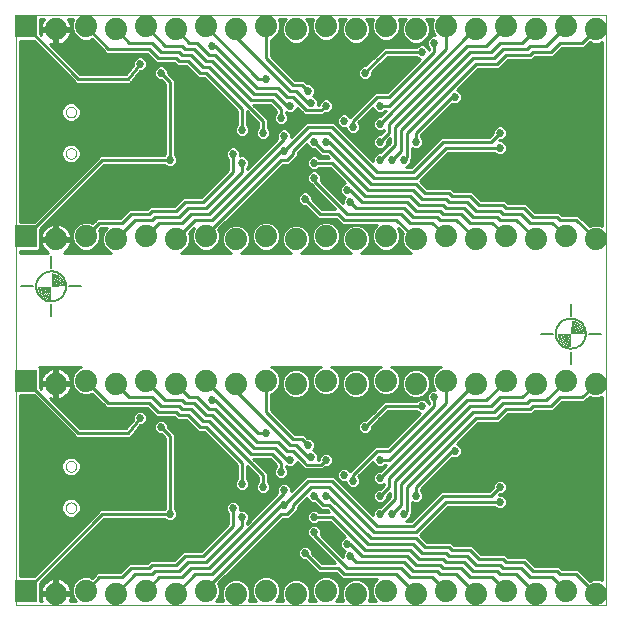
<source format=gbl>
G75*
G70*
%OFA0B0*%
%FSLAX24Y24*%
%IPPOS*%
%LPD*%
%AMOC8*
5,1,8,0,0,1.08239X$1,22.5*
%
%ADD10C,0.0000*%
%ADD11R,0.0740X0.0740*%
%ADD12C,0.0740*%
%ADD13C,0.0060*%
%ADD14C,0.0040*%
%ADD15C,0.0100*%
%ADD16C,0.0270*%
D10*
X001657Y006396D02*
X001657Y026081D01*
X021343Y026081D01*
X021343Y006396D01*
X001657Y006396D01*
X003323Y009644D02*
X003325Y009670D01*
X003331Y009696D01*
X003341Y009721D01*
X003354Y009744D01*
X003370Y009764D01*
X003390Y009782D01*
X003412Y009797D01*
X003435Y009809D01*
X003461Y009817D01*
X003487Y009821D01*
X003513Y009821D01*
X003539Y009817D01*
X003565Y009809D01*
X003589Y009797D01*
X003610Y009782D01*
X003630Y009764D01*
X003646Y009744D01*
X003659Y009721D01*
X003669Y009696D01*
X003675Y009670D01*
X003677Y009644D01*
X003675Y009618D01*
X003669Y009592D01*
X003659Y009567D01*
X003646Y009544D01*
X003630Y009524D01*
X003610Y009506D01*
X003588Y009491D01*
X003565Y009479D01*
X003539Y009471D01*
X003513Y009467D01*
X003487Y009467D01*
X003461Y009471D01*
X003435Y009479D01*
X003411Y009491D01*
X003390Y009506D01*
X003370Y009524D01*
X003354Y009544D01*
X003341Y009567D01*
X003331Y009592D01*
X003325Y009618D01*
X003323Y009644D01*
X003323Y011022D02*
X003325Y011048D01*
X003331Y011074D01*
X003341Y011099D01*
X003354Y011122D01*
X003370Y011142D01*
X003390Y011160D01*
X003412Y011175D01*
X003435Y011187D01*
X003461Y011195D01*
X003487Y011199D01*
X003513Y011199D01*
X003539Y011195D01*
X003565Y011187D01*
X003589Y011175D01*
X003610Y011160D01*
X003630Y011142D01*
X003646Y011122D01*
X003659Y011099D01*
X003669Y011074D01*
X003675Y011048D01*
X003677Y011022D01*
X003675Y010996D01*
X003669Y010970D01*
X003659Y010945D01*
X003646Y010922D01*
X003630Y010902D01*
X003610Y010884D01*
X003588Y010869D01*
X003565Y010857D01*
X003539Y010849D01*
X003513Y010845D01*
X003487Y010845D01*
X003461Y010849D01*
X003435Y010857D01*
X003411Y010869D01*
X003390Y010884D01*
X003370Y010902D01*
X003354Y010922D01*
X003341Y010945D01*
X003331Y010970D01*
X003325Y010996D01*
X003323Y011022D01*
X003323Y021455D02*
X003325Y021481D01*
X003331Y021507D01*
X003341Y021532D01*
X003354Y021555D01*
X003370Y021575D01*
X003390Y021593D01*
X003412Y021608D01*
X003435Y021620D01*
X003461Y021628D01*
X003487Y021632D01*
X003513Y021632D01*
X003539Y021628D01*
X003565Y021620D01*
X003589Y021608D01*
X003610Y021593D01*
X003630Y021575D01*
X003646Y021555D01*
X003659Y021532D01*
X003669Y021507D01*
X003675Y021481D01*
X003677Y021455D01*
X003675Y021429D01*
X003669Y021403D01*
X003659Y021378D01*
X003646Y021355D01*
X003630Y021335D01*
X003610Y021317D01*
X003588Y021302D01*
X003565Y021290D01*
X003539Y021282D01*
X003513Y021278D01*
X003487Y021278D01*
X003461Y021282D01*
X003435Y021290D01*
X003411Y021302D01*
X003390Y021317D01*
X003370Y021335D01*
X003354Y021355D01*
X003341Y021378D01*
X003331Y021403D01*
X003325Y021429D01*
X003323Y021455D01*
X003323Y022833D02*
X003325Y022859D01*
X003331Y022885D01*
X003341Y022910D01*
X003354Y022933D01*
X003370Y022953D01*
X003390Y022971D01*
X003412Y022986D01*
X003435Y022998D01*
X003461Y023006D01*
X003487Y023010D01*
X003513Y023010D01*
X003539Y023006D01*
X003565Y022998D01*
X003589Y022986D01*
X003610Y022971D01*
X003630Y022953D01*
X003646Y022933D01*
X003659Y022910D01*
X003669Y022885D01*
X003675Y022859D01*
X003677Y022833D01*
X003675Y022807D01*
X003669Y022781D01*
X003659Y022756D01*
X003646Y022733D01*
X003630Y022713D01*
X003610Y022695D01*
X003588Y022680D01*
X003565Y022668D01*
X003539Y022660D01*
X003513Y022656D01*
X003487Y022656D01*
X003461Y022660D01*
X003435Y022668D01*
X003411Y022680D01*
X003390Y022695D01*
X003370Y022713D01*
X003354Y022733D01*
X003341Y022756D01*
X003331Y022781D01*
X003325Y022807D01*
X003323Y022833D01*
D11*
X002000Y025694D03*
X002000Y018694D03*
X002000Y013883D03*
X002000Y006883D03*
D12*
X003000Y006783D03*
X004000Y006883D03*
X005000Y006783D03*
X006000Y006883D03*
X007000Y006783D03*
X008000Y006883D03*
X009000Y006783D03*
X010000Y006883D03*
X011000Y006783D03*
X012000Y006883D03*
X013000Y006783D03*
X014000Y006883D03*
X015000Y006783D03*
X016000Y006883D03*
X017000Y006783D03*
X018000Y006883D03*
X019000Y006783D03*
X020000Y006883D03*
X021000Y006783D03*
X021000Y013783D03*
X020000Y013883D03*
X019000Y013783D03*
X018000Y013883D03*
X017000Y013783D03*
X016000Y013883D03*
X015000Y013783D03*
X014000Y013883D03*
X013000Y013783D03*
X012000Y013883D03*
X011000Y013783D03*
X010000Y013883D03*
X009000Y013783D03*
X008000Y013883D03*
X007000Y013783D03*
X006000Y013883D03*
X005000Y013783D03*
X004000Y013883D03*
X003000Y013783D03*
X003000Y018594D03*
X004000Y018694D03*
X005000Y018594D03*
X006000Y018694D03*
X007000Y018594D03*
X008000Y018694D03*
X009000Y018594D03*
X010000Y018694D03*
X011000Y018594D03*
X012000Y018694D03*
X013000Y018594D03*
X014000Y018694D03*
X015000Y018594D03*
X016000Y018694D03*
X017000Y018594D03*
X018000Y018694D03*
X019000Y018594D03*
X020000Y018694D03*
X021000Y018594D03*
X021000Y025594D03*
X020000Y025694D03*
X019000Y025594D03*
X018000Y025694D03*
X017000Y025594D03*
X016000Y025694D03*
X015000Y025594D03*
X014000Y025694D03*
X013000Y025594D03*
X012000Y025694D03*
X011000Y025594D03*
X010000Y025694D03*
X009000Y025594D03*
X008000Y025694D03*
X007000Y025594D03*
X006000Y025694D03*
X005000Y025594D03*
X004000Y025694D03*
X003000Y025594D03*
D13*
X002839Y018026D02*
X002839Y017626D01*
X002339Y017026D02*
X002341Y017070D01*
X002347Y017114D01*
X002357Y017157D01*
X002370Y017199D01*
X002387Y017240D01*
X002408Y017279D01*
X002432Y017316D01*
X002459Y017351D01*
X002489Y017383D01*
X002522Y017413D01*
X002558Y017439D01*
X002595Y017463D01*
X002635Y017482D01*
X002676Y017499D01*
X002719Y017511D01*
X002762Y017520D01*
X002806Y017525D01*
X002850Y017526D01*
X002894Y017523D01*
X002938Y017516D01*
X002981Y017505D01*
X003023Y017491D01*
X003063Y017473D01*
X003102Y017451D01*
X003138Y017427D01*
X003172Y017399D01*
X003204Y017368D01*
X003233Y017334D01*
X003259Y017298D01*
X003281Y017260D01*
X003300Y017220D01*
X003315Y017178D01*
X003327Y017136D01*
X003335Y017092D01*
X003339Y017048D01*
X003339Y017004D01*
X003335Y016960D01*
X003327Y016916D01*
X003315Y016874D01*
X003300Y016832D01*
X003281Y016792D01*
X003259Y016754D01*
X003233Y016718D01*
X003204Y016684D01*
X003172Y016653D01*
X003138Y016625D01*
X003102Y016601D01*
X003063Y016579D01*
X003023Y016561D01*
X002981Y016547D01*
X002938Y016536D01*
X002894Y016529D01*
X002850Y016526D01*
X002806Y016527D01*
X002762Y016532D01*
X002719Y016541D01*
X002676Y016553D01*
X002635Y016570D01*
X002595Y016589D01*
X002558Y016613D01*
X002522Y016639D01*
X002489Y016669D01*
X002459Y016701D01*
X002432Y016736D01*
X002408Y016773D01*
X002387Y016812D01*
X002370Y016853D01*
X002357Y016895D01*
X002347Y016938D01*
X002341Y016982D01*
X002339Y017026D01*
X002239Y017026D02*
X001839Y017026D01*
X002839Y016426D02*
X002839Y016026D01*
X003439Y017026D02*
X003839Y017026D01*
X019161Y015451D02*
X019561Y015451D01*
X019661Y015451D02*
X019663Y015495D01*
X019669Y015539D01*
X019679Y015582D01*
X019692Y015624D01*
X019709Y015665D01*
X019730Y015704D01*
X019754Y015741D01*
X019781Y015776D01*
X019811Y015808D01*
X019844Y015838D01*
X019880Y015864D01*
X019917Y015888D01*
X019957Y015907D01*
X019998Y015924D01*
X020041Y015936D01*
X020084Y015945D01*
X020128Y015950D01*
X020172Y015951D01*
X020216Y015948D01*
X020260Y015941D01*
X020303Y015930D01*
X020345Y015916D01*
X020385Y015898D01*
X020424Y015876D01*
X020460Y015852D01*
X020494Y015824D01*
X020526Y015793D01*
X020555Y015759D01*
X020581Y015723D01*
X020603Y015685D01*
X020622Y015645D01*
X020637Y015603D01*
X020649Y015561D01*
X020657Y015517D01*
X020661Y015473D01*
X020661Y015429D01*
X020657Y015385D01*
X020649Y015341D01*
X020637Y015299D01*
X020622Y015257D01*
X020603Y015217D01*
X020581Y015179D01*
X020555Y015143D01*
X020526Y015109D01*
X020494Y015078D01*
X020460Y015050D01*
X020424Y015026D01*
X020385Y015004D01*
X020345Y014986D01*
X020303Y014972D01*
X020260Y014961D01*
X020216Y014954D01*
X020172Y014951D01*
X020128Y014952D01*
X020084Y014957D01*
X020041Y014966D01*
X019998Y014978D01*
X019957Y014995D01*
X019917Y015014D01*
X019880Y015038D01*
X019844Y015064D01*
X019811Y015094D01*
X019781Y015126D01*
X019754Y015161D01*
X019730Y015198D01*
X019709Y015237D01*
X019692Y015278D01*
X019679Y015320D01*
X019669Y015363D01*
X019663Y015407D01*
X019661Y015451D01*
X020161Y014851D02*
X020161Y014451D01*
X020761Y015451D02*
X021161Y015451D01*
X020161Y016051D02*
X020161Y016451D01*
D14*
X020590Y015480D02*
X020185Y015475D01*
X020185Y015475D01*
X020190Y015880D01*
X020191Y015881D01*
X020230Y015877D01*
X020268Y015870D01*
X020305Y015859D01*
X020341Y015845D01*
X020376Y015828D01*
X020408Y015807D01*
X020439Y015784D01*
X020468Y015758D01*
X020494Y015729D01*
X020517Y015698D01*
X020538Y015666D01*
X020555Y015631D01*
X020569Y015595D01*
X020580Y015558D01*
X020587Y015520D01*
X020591Y015481D01*
X020553Y015481D01*
X020550Y015518D01*
X020542Y015555D01*
X020531Y015591D01*
X020517Y015625D01*
X020499Y015658D01*
X020478Y015689D01*
X020455Y015718D01*
X020428Y015745D01*
X020399Y015768D01*
X020368Y015789D01*
X020335Y015807D01*
X020301Y015821D01*
X020265Y015832D01*
X020228Y015840D01*
X020191Y015843D01*
X020191Y015806D01*
X020227Y015802D01*
X020262Y015795D01*
X020296Y015784D01*
X020329Y015769D01*
X020360Y015751D01*
X020389Y015730D01*
X020416Y015706D01*
X020440Y015679D01*
X020461Y015650D01*
X020479Y015619D01*
X020494Y015586D01*
X020505Y015552D01*
X020512Y015517D01*
X020516Y015481D01*
X020479Y015481D01*
X020475Y015515D01*
X020467Y015548D01*
X020456Y015581D01*
X020441Y015611D01*
X020423Y015640D01*
X020401Y015667D01*
X020377Y015691D01*
X020350Y015713D01*
X020321Y015731D01*
X020291Y015746D01*
X020258Y015757D01*
X020225Y015765D01*
X020191Y015769D01*
X020191Y015732D01*
X020223Y015728D01*
X020254Y015720D01*
X020284Y015708D01*
X020313Y015693D01*
X020339Y015675D01*
X020363Y015653D01*
X020385Y015629D01*
X020403Y015603D01*
X020418Y015574D01*
X020430Y015544D01*
X020438Y015513D01*
X020442Y015481D01*
X020405Y015481D01*
X020401Y015511D01*
X020393Y015539D01*
X020381Y015567D01*
X020366Y015593D01*
X020347Y015616D01*
X020326Y015637D01*
X020303Y015656D01*
X020277Y015671D01*
X020249Y015683D01*
X020221Y015691D01*
X020191Y015695D01*
X020191Y015658D01*
X020218Y015653D01*
X020243Y015645D01*
X020268Y015634D01*
X020291Y015619D01*
X020311Y015601D01*
X020329Y015581D01*
X020344Y015558D01*
X020355Y015533D01*
X020363Y015508D01*
X020368Y015481D01*
X020331Y015481D01*
X020326Y015504D01*
X020318Y015526D01*
X020307Y015547D01*
X020293Y015566D01*
X020276Y015583D01*
X020257Y015597D01*
X020236Y015608D01*
X020214Y015616D01*
X020191Y015621D01*
X020191Y015583D01*
X020210Y015579D01*
X020228Y015571D01*
X020244Y015561D01*
X020259Y015549D01*
X020271Y015534D01*
X020281Y015518D01*
X020289Y015500D01*
X020293Y015481D01*
X020256Y015481D01*
X020251Y015496D01*
X020243Y015510D01*
X020233Y015523D01*
X020220Y015533D01*
X020206Y015541D01*
X020191Y015546D01*
X020190Y015507D01*
X020202Y015501D01*
X020211Y015492D01*
X020217Y015480D01*
X019732Y015422D02*
X020137Y015427D01*
X020137Y015427D01*
X020132Y015022D01*
X020131Y015021D01*
X020092Y015025D01*
X020054Y015032D01*
X020017Y015043D01*
X019981Y015057D01*
X019946Y015074D01*
X019914Y015095D01*
X019883Y015118D01*
X019854Y015144D01*
X019828Y015173D01*
X019805Y015204D01*
X019784Y015236D01*
X019767Y015271D01*
X019753Y015307D01*
X019742Y015344D01*
X019735Y015382D01*
X019731Y015421D01*
X019769Y015421D01*
X019772Y015384D01*
X019780Y015347D01*
X019791Y015311D01*
X019805Y015277D01*
X019823Y015244D01*
X019844Y015213D01*
X019867Y015184D01*
X019894Y015157D01*
X019923Y015134D01*
X019954Y015113D01*
X019987Y015095D01*
X020021Y015081D01*
X020057Y015070D01*
X020094Y015062D01*
X020131Y015059D01*
X020131Y015096D01*
X020095Y015100D01*
X020060Y015107D01*
X020026Y015118D01*
X019993Y015133D01*
X019962Y015151D01*
X019933Y015172D01*
X019906Y015196D01*
X019882Y015223D01*
X019861Y015252D01*
X019843Y015283D01*
X019828Y015316D01*
X019817Y015350D01*
X019810Y015385D01*
X019806Y015421D01*
X019843Y015421D01*
X019847Y015387D01*
X019855Y015354D01*
X019866Y015321D01*
X019881Y015291D01*
X019899Y015262D01*
X019921Y015235D01*
X019945Y015211D01*
X019972Y015189D01*
X020001Y015171D01*
X020031Y015156D01*
X020064Y015145D01*
X020097Y015137D01*
X020131Y015133D01*
X020131Y015170D01*
X020099Y015174D01*
X020068Y015182D01*
X020038Y015194D01*
X020009Y015209D01*
X019983Y015227D01*
X019959Y015249D01*
X019937Y015273D01*
X019919Y015299D01*
X019904Y015328D01*
X019892Y015358D01*
X019884Y015389D01*
X019880Y015421D01*
X019917Y015421D01*
X019921Y015391D01*
X019929Y015363D01*
X019941Y015335D01*
X019956Y015309D01*
X019975Y015286D01*
X019996Y015265D01*
X020019Y015246D01*
X020045Y015231D01*
X020073Y015219D01*
X020101Y015211D01*
X020131Y015207D01*
X020131Y015244D01*
X020104Y015249D01*
X020079Y015257D01*
X020054Y015268D01*
X020031Y015283D01*
X020011Y015301D01*
X019993Y015321D01*
X019978Y015344D01*
X019967Y015369D01*
X019959Y015394D01*
X019954Y015421D01*
X019991Y015421D01*
X019996Y015398D01*
X020004Y015376D01*
X020015Y015355D01*
X020029Y015336D01*
X020046Y015319D01*
X020065Y015305D01*
X020086Y015294D01*
X020108Y015286D01*
X020131Y015281D01*
X020131Y015319D01*
X020112Y015323D01*
X020094Y015331D01*
X020078Y015341D01*
X020063Y015353D01*
X020051Y015368D01*
X020041Y015384D01*
X020033Y015402D01*
X020029Y015421D01*
X020066Y015421D01*
X020071Y015406D01*
X020079Y015392D01*
X020089Y015379D01*
X020102Y015369D01*
X020116Y015361D01*
X020131Y015356D01*
X020132Y015395D01*
X020120Y015401D01*
X020111Y015410D01*
X020105Y015422D01*
X003268Y017055D02*
X002863Y017050D01*
X002863Y017050D01*
X002868Y017455D01*
X002869Y017456D01*
X002908Y017452D01*
X002946Y017445D01*
X002983Y017434D01*
X003019Y017420D01*
X003054Y017403D01*
X003086Y017382D01*
X003117Y017359D01*
X003146Y017333D01*
X003172Y017304D01*
X003195Y017273D01*
X003216Y017241D01*
X003233Y017206D01*
X003247Y017170D01*
X003258Y017133D01*
X003265Y017095D01*
X003269Y017056D01*
X003231Y017056D01*
X003228Y017093D01*
X003220Y017130D01*
X003209Y017166D01*
X003195Y017200D01*
X003177Y017233D01*
X003156Y017264D01*
X003133Y017293D01*
X003106Y017320D01*
X003077Y017343D01*
X003046Y017364D01*
X003013Y017382D01*
X002979Y017396D01*
X002943Y017407D01*
X002906Y017415D01*
X002869Y017418D01*
X002869Y017381D01*
X002905Y017377D01*
X002940Y017370D01*
X002974Y017359D01*
X003007Y017344D01*
X003038Y017326D01*
X003067Y017305D01*
X003094Y017281D01*
X003118Y017254D01*
X003139Y017225D01*
X003157Y017194D01*
X003172Y017161D01*
X003183Y017127D01*
X003190Y017092D01*
X003194Y017056D01*
X003157Y017056D01*
X003153Y017090D01*
X003145Y017123D01*
X003134Y017156D01*
X003119Y017186D01*
X003101Y017215D01*
X003079Y017242D01*
X003055Y017266D01*
X003028Y017288D01*
X002999Y017306D01*
X002969Y017321D01*
X002936Y017332D01*
X002903Y017340D01*
X002869Y017344D01*
X002869Y017307D01*
X002901Y017303D01*
X002932Y017295D01*
X002962Y017283D01*
X002991Y017268D01*
X003017Y017250D01*
X003041Y017228D01*
X003063Y017204D01*
X003081Y017178D01*
X003096Y017149D01*
X003108Y017119D01*
X003116Y017088D01*
X003120Y017056D01*
X003083Y017056D01*
X003079Y017086D01*
X003071Y017114D01*
X003059Y017142D01*
X003044Y017168D01*
X003025Y017191D01*
X003004Y017212D01*
X002981Y017231D01*
X002955Y017246D01*
X002927Y017258D01*
X002899Y017266D01*
X002869Y017270D01*
X002869Y017233D01*
X002896Y017228D01*
X002921Y017220D01*
X002946Y017209D01*
X002969Y017194D01*
X002989Y017176D01*
X003007Y017156D01*
X003022Y017133D01*
X003033Y017108D01*
X003041Y017083D01*
X003046Y017056D01*
X003009Y017056D01*
X003004Y017079D01*
X002996Y017101D01*
X002985Y017122D01*
X002971Y017141D01*
X002954Y017158D01*
X002935Y017172D01*
X002914Y017183D01*
X002892Y017191D01*
X002869Y017196D01*
X002869Y017158D01*
X002888Y017154D01*
X002906Y017146D01*
X002922Y017136D01*
X002937Y017124D01*
X002949Y017109D01*
X002959Y017093D01*
X002967Y017075D01*
X002971Y017056D01*
X002934Y017056D01*
X002929Y017071D01*
X002921Y017085D01*
X002911Y017098D01*
X002898Y017108D01*
X002884Y017116D01*
X002869Y017121D01*
X002868Y017082D01*
X002880Y017076D01*
X002889Y017067D01*
X002895Y017055D01*
X002410Y016997D02*
X002815Y017002D01*
X002815Y017002D01*
X002810Y016597D01*
X002809Y016596D01*
X002770Y016600D01*
X002732Y016607D01*
X002695Y016618D01*
X002659Y016632D01*
X002624Y016649D01*
X002592Y016670D01*
X002561Y016693D01*
X002532Y016719D01*
X002506Y016748D01*
X002483Y016779D01*
X002462Y016811D01*
X002445Y016846D01*
X002431Y016882D01*
X002420Y016919D01*
X002413Y016957D01*
X002409Y016996D01*
X002447Y016996D01*
X002450Y016959D01*
X002458Y016922D01*
X002469Y016886D01*
X002483Y016852D01*
X002501Y016819D01*
X002522Y016788D01*
X002545Y016759D01*
X002572Y016732D01*
X002601Y016709D01*
X002632Y016688D01*
X002665Y016670D01*
X002699Y016656D01*
X002735Y016645D01*
X002772Y016637D01*
X002809Y016634D01*
X002809Y016671D01*
X002773Y016675D01*
X002738Y016682D01*
X002704Y016693D01*
X002671Y016708D01*
X002640Y016726D01*
X002611Y016747D01*
X002584Y016771D01*
X002560Y016798D01*
X002539Y016827D01*
X002521Y016858D01*
X002506Y016891D01*
X002495Y016925D01*
X002488Y016960D01*
X002484Y016996D01*
X002521Y016996D01*
X002525Y016962D01*
X002533Y016929D01*
X002544Y016896D01*
X002559Y016866D01*
X002577Y016837D01*
X002599Y016810D01*
X002623Y016786D01*
X002650Y016764D01*
X002679Y016746D01*
X002709Y016731D01*
X002742Y016720D01*
X002775Y016712D01*
X002809Y016708D01*
X002809Y016745D01*
X002777Y016749D01*
X002746Y016757D01*
X002716Y016769D01*
X002687Y016784D01*
X002661Y016802D01*
X002637Y016824D01*
X002615Y016848D01*
X002597Y016874D01*
X002582Y016903D01*
X002570Y016933D01*
X002562Y016964D01*
X002558Y016996D01*
X002595Y016996D01*
X002599Y016966D01*
X002607Y016938D01*
X002619Y016910D01*
X002634Y016884D01*
X002653Y016861D01*
X002674Y016840D01*
X002697Y016821D01*
X002723Y016806D01*
X002751Y016794D01*
X002779Y016786D01*
X002809Y016782D01*
X002809Y016819D01*
X002782Y016824D01*
X002757Y016832D01*
X002732Y016843D01*
X002709Y016858D01*
X002689Y016876D01*
X002671Y016896D01*
X002656Y016919D01*
X002645Y016944D01*
X002637Y016969D01*
X002632Y016996D01*
X002669Y016996D01*
X002674Y016973D01*
X002682Y016951D01*
X002693Y016930D01*
X002707Y016911D01*
X002724Y016894D01*
X002743Y016880D01*
X002764Y016869D01*
X002786Y016861D01*
X002809Y016856D01*
X002809Y016894D01*
X002790Y016898D01*
X002772Y016906D01*
X002756Y016916D01*
X002741Y016928D01*
X002729Y016943D01*
X002719Y016959D01*
X002711Y016977D01*
X002707Y016996D01*
X002744Y016996D01*
X002749Y016981D01*
X002757Y016967D01*
X002767Y016954D01*
X002780Y016944D01*
X002794Y016936D01*
X002809Y016931D01*
X002810Y016970D01*
X002798Y016976D01*
X002789Y016985D01*
X002783Y016997D01*
D15*
X002738Y018144D02*
X001807Y018144D01*
X001807Y018214D01*
X002416Y018214D01*
X002480Y018279D01*
X002480Y018948D01*
X004616Y021084D01*
X006614Y021084D01*
X006661Y021037D01*
X006751Y020999D01*
X006849Y020999D01*
X006939Y021037D01*
X007008Y021106D01*
X007045Y021196D01*
X007045Y021293D01*
X007008Y021383D01*
X006960Y021431D01*
X006960Y023911D01*
X006866Y024004D01*
X006745Y024126D01*
X006745Y024193D01*
X006708Y024283D01*
X006639Y024352D01*
X006549Y024389D01*
X006451Y024389D01*
X006361Y024352D01*
X006292Y024283D01*
X006255Y024193D01*
X006255Y024096D01*
X006292Y024006D01*
X006361Y023937D01*
X006451Y023899D01*
X006519Y023899D01*
X006640Y023778D01*
X006640Y021431D01*
X006614Y021404D01*
X004484Y021404D01*
X004390Y021311D01*
X002254Y019174D01*
X001807Y019174D01*
X001807Y025214D01*
X002254Y025214D01*
X003590Y023878D01*
X003684Y023784D01*
X005344Y023784D01*
X005352Y023778D01*
X005409Y023784D01*
X005466Y023784D01*
X005473Y023792D01*
X005484Y023793D01*
X005519Y023837D01*
X005560Y023878D01*
X005560Y023888D01*
X005809Y024199D01*
X005849Y024199D01*
X005939Y024237D01*
X006008Y024306D01*
X006045Y024396D01*
X006045Y024493D01*
X006008Y024583D01*
X005939Y024652D01*
X005849Y024689D01*
X005751Y024689D01*
X005661Y024652D01*
X005592Y024583D01*
X005555Y024493D01*
X005555Y024396D01*
X005555Y024395D01*
X005323Y024104D01*
X003816Y024104D01*
X002812Y025109D01*
X002878Y025087D01*
X002950Y025076D01*
X002950Y025544D01*
X003050Y025544D01*
X003050Y025076D01*
X003122Y025087D01*
X003200Y025112D01*
X003273Y025150D01*
X003339Y025198D01*
X003397Y025256D01*
X003445Y025322D01*
X003482Y025395D01*
X003507Y025473D01*
X003519Y025544D01*
X003050Y025544D01*
X003050Y025644D01*
X003519Y025644D01*
X003507Y025716D01*
X003482Y025794D01*
X003445Y025867D01*
X003398Y025931D01*
X003579Y025931D01*
X003520Y025790D01*
X003520Y025599D01*
X003593Y025422D01*
X003728Y025287D01*
X003905Y025214D01*
X004095Y025214D01*
X004207Y025261D01*
X004590Y024878D01*
X004684Y024784D01*
X006034Y024784D01*
X006240Y024578D01*
X006334Y024484D01*
X006934Y024484D01*
X007034Y024384D01*
X007334Y024384D01*
X007734Y023984D01*
X007934Y023984D01*
X009040Y022878D01*
X009040Y022431D01*
X008992Y022383D01*
X008955Y022293D01*
X008955Y022196D01*
X008992Y022106D01*
X009061Y022037D01*
X009151Y021999D01*
X009249Y021999D01*
X009339Y022037D01*
X009408Y022106D01*
X009445Y022196D01*
X009445Y022293D01*
X009408Y022383D01*
X009360Y022431D01*
X009360Y022858D01*
X009740Y022478D01*
X009740Y022331D01*
X009692Y022283D01*
X009655Y022193D01*
X009655Y022096D01*
X009692Y022006D01*
X009761Y021937D01*
X009851Y021899D01*
X009949Y021899D01*
X010039Y021937D01*
X010108Y022006D01*
X010145Y022096D01*
X010145Y022193D01*
X010108Y022283D01*
X010060Y022331D01*
X010060Y022611D01*
X009966Y022704D01*
X009586Y023084D01*
X010134Y023084D01*
X010340Y022878D01*
X010340Y022831D01*
X010292Y022783D01*
X009888Y022783D01*
X009986Y022684D02*
X010255Y022684D01*
X010255Y022693D02*
X010255Y022596D01*
X010292Y022506D01*
X010361Y022437D01*
X010451Y022399D01*
X010549Y022399D01*
X010639Y022437D01*
X010708Y022506D01*
X010745Y022596D01*
X010745Y022693D01*
X010708Y022783D01*
X011235Y022783D01*
X011190Y022828D02*
X011284Y022734D01*
X011916Y022734D01*
X011981Y022799D01*
X012049Y022799D01*
X012139Y022837D01*
X012208Y022906D01*
X012245Y022996D01*
X012245Y023093D01*
X012208Y023183D01*
X012139Y023252D01*
X012049Y023289D01*
X011951Y023289D01*
X011861Y023252D01*
X011792Y023183D01*
X011755Y023093D01*
X011755Y023054D01*
X011728Y023054D01*
X011745Y023096D01*
X011745Y023193D01*
X011708Y023283D01*
X011639Y023352D01*
X011579Y023377D01*
X011608Y023406D01*
X011645Y023496D01*
X011645Y023593D01*
X011608Y023683D01*
X011539Y023752D01*
X011449Y023789D01*
X011381Y023789D01*
X011266Y023904D01*
X010966Y023904D01*
X010160Y024711D01*
X010160Y025241D01*
X010272Y025287D01*
X010407Y025422D01*
X010480Y025599D01*
X010480Y025790D01*
X010421Y025931D01*
X010658Y025931D01*
X010593Y025866D01*
X010520Y025690D01*
X010520Y025499D01*
X010593Y025322D01*
X010728Y025187D01*
X010905Y025114D01*
X011095Y025114D01*
X011272Y025187D01*
X011407Y025322D01*
X011480Y025499D01*
X011480Y025690D01*
X011407Y025866D01*
X011342Y025931D01*
X011579Y025931D01*
X011520Y025790D01*
X011520Y025599D01*
X011593Y025422D01*
X011728Y025287D01*
X011905Y025214D01*
X012095Y025214D01*
X012272Y025287D01*
X012407Y025422D01*
X012480Y025599D01*
X012480Y025790D01*
X012421Y025931D01*
X012658Y025931D01*
X012593Y025866D01*
X012520Y025690D01*
X012520Y025499D01*
X012593Y025322D01*
X012728Y025187D01*
X012905Y025114D01*
X013095Y025114D01*
X013272Y025187D01*
X013407Y025322D01*
X013480Y025499D01*
X013480Y025690D01*
X013407Y025866D01*
X013342Y025931D01*
X013579Y025931D01*
X013520Y025790D01*
X013520Y025599D01*
X013593Y025422D01*
X013728Y025287D01*
X013905Y025214D01*
X014095Y025214D01*
X014272Y025287D01*
X014407Y025422D01*
X014480Y025599D01*
X014480Y025790D01*
X014421Y025931D01*
X014658Y025931D01*
X014593Y025866D01*
X014520Y025690D01*
X014520Y025499D01*
X014593Y025322D01*
X014728Y025187D01*
X014905Y025114D01*
X015095Y025114D01*
X015272Y025187D01*
X015407Y025322D01*
X015480Y025499D01*
X015480Y025690D01*
X015407Y025866D01*
X015342Y025931D01*
X015579Y025931D01*
X015520Y025790D01*
X015520Y025599D01*
X015593Y025422D01*
X015626Y025389D01*
X015551Y025389D01*
X015461Y025352D01*
X015392Y025283D01*
X015355Y025193D01*
X015355Y025096D01*
X015392Y025006D01*
X015440Y024958D01*
X015440Y024911D01*
X015438Y024909D01*
X015408Y024983D01*
X015339Y025052D01*
X015249Y025089D01*
X015151Y025089D01*
X015061Y025052D01*
X015014Y025004D01*
X013934Y025004D01*
X013590Y024661D01*
X013590Y024661D01*
X013319Y024389D01*
X013251Y024389D01*
X013161Y024352D01*
X013092Y024283D01*
X013055Y024193D01*
X013055Y024096D01*
X013092Y024006D01*
X013161Y023937D01*
X013251Y023899D01*
X013349Y023899D01*
X013439Y023937D01*
X013508Y024006D01*
X013545Y024096D01*
X013545Y024163D01*
X013816Y024434D01*
X013816Y024434D01*
X014066Y024684D01*
X015014Y024684D01*
X015061Y024637D01*
X015135Y024606D01*
X014034Y023504D01*
X013634Y023504D01*
X012834Y022704D01*
X012809Y022680D01*
X012808Y022683D01*
X012739Y022752D01*
X012649Y022789D01*
X012551Y022789D01*
X012461Y022752D01*
X012392Y022683D01*
X012355Y022593D01*
X012355Y022496D01*
X012392Y022406D01*
X012461Y022337D01*
X012551Y022299D01*
X012649Y022299D01*
X012655Y022302D01*
X012655Y022296D01*
X012692Y022206D01*
X012761Y022137D01*
X012851Y022099D01*
X012949Y022099D01*
X013039Y022137D01*
X013108Y022206D01*
X013145Y022296D01*
X013145Y022393D01*
X013108Y022483D01*
X013086Y022504D01*
X013562Y022980D01*
X013592Y022906D01*
X013661Y022837D01*
X013751Y022799D01*
X013849Y022799D01*
X013939Y022837D01*
X013986Y022884D01*
X014014Y022884D01*
X013819Y022689D01*
X013751Y022689D01*
X013661Y022652D01*
X013592Y022583D01*
X013555Y022493D01*
X013555Y022396D01*
X013592Y022306D01*
X013661Y022237D01*
X013751Y022199D01*
X013849Y022199D01*
X013939Y022237D01*
X013940Y022238D01*
X013940Y022211D01*
X013819Y022089D01*
X013751Y022089D01*
X013661Y022052D01*
X013592Y021983D01*
X013555Y021893D01*
X013555Y021796D01*
X013592Y021706D01*
X013661Y021637D01*
X013751Y021599D01*
X013849Y021599D01*
X013939Y021637D01*
X014008Y021706D01*
X014045Y021796D01*
X014045Y021863D01*
X014140Y021958D01*
X014140Y021811D01*
X013819Y021489D01*
X013751Y021489D01*
X013661Y021452D01*
X013592Y021383D01*
X013555Y021293D01*
X013555Y021216D01*
X012266Y022504D01*
X011334Y022504D01*
X011240Y022411D01*
X010845Y022016D01*
X010845Y022093D01*
X010808Y022183D01*
X010739Y022252D01*
X010649Y022289D01*
X010551Y022289D01*
X010461Y022252D01*
X010392Y022183D01*
X010355Y022093D01*
X010355Y021996D01*
X010376Y021946D01*
X009360Y020931D01*
X009360Y020958D01*
X009408Y021006D01*
X009445Y021096D01*
X009445Y021193D01*
X009408Y021283D01*
X009339Y021352D01*
X009249Y021389D01*
X009151Y021389D01*
X009141Y021385D01*
X009145Y021396D01*
X009145Y021493D01*
X009108Y021583D01*
X009039Y021652D01*
X008949Y021689D01*
X008851Y021689D01*
X008761Y021652D01*
X008692Y021583D01*
X008655Y021493D01*
X008655Y021396D01*
X008692Y021306D01*
X008740Y021258D01*
X008740Y020911D01*
X004443Y020911D01*
X004345Y020813D02*
X008642Y020813D01*
X008740Y020911D02*
X007834Y020004D01*
X007234Y020004D01*
X007140Y019911D01*
X007140Y019911D01*
X006934Y019704D01*
X006134Y019704D01*
X006034Y019604D01*
X005434Y019604D01*
X005340Y019511D01*
X005134Y019304D01*
X004384Y019304D01*
X004290Y019211D01*
X004207Y019128D01*
X004095Y019174D01*
X003905Y019174D01*
X003728Y019101D01*
X003593Y018966D01*
X003520Y018790D01*
X003520Y018599D01*
X003593Y018422D01*
X003728Y018287D01*
X003905Y018214D01*
X004095Y018214D01*
X004272Y018287D01*
X004407Y018422D01*
X004480Y018599D01*
X004480Y018790D01*
X004434Y018902D01*
X004516Y018984D01*
X004711Y018984D01*
X004593Y018866D01*
X004520Y018690D01*
X004520Y018499D01*
X004593Y018322D01*
X004728Y018187D01*
X004832Y018144D01*
X003262Y018144D01*
X003273Y018150D01*
X003339Y018198D01*
X003397Y018256D01*
X003445Y018322D01*
X003482Y018395D01*
X003507Y018473D01*
X003519Y018544D01*
X003050Y018544D01*
X003050Y018644D01*
X003519Y018644D01*
X003507Y018716D01*
X003482Y018794D01*
X003445Y018867D01*
X003397Y018933D01*
X003339Y018991D01*
X003273Y019039D01*
X003200Y019076D01*
X003122Y019102D01*
X003050Y019113D01*
X003050Y018644D01*
X002950Y018644D01*
X002950Y018544D01*
X002481Y018544D01*
X002493Y018473D01*
X002518Y018395D01*
X002555Y018322D01*
X002603Y018256D01*
X002661Y018198D01*
X002727Y018150D01*
X002738Y018144D01*
X002722Y018153D02*
X001807Y018153D01*
X002000Y018694D02*
X004550Y021244D01*
X006800Y021244D01*
X006800Y023844D01*
X006500Y024144D01*
X006333Y023965D02*
X005621Y023965D01*
X005548Y023866D02*
X006552Y023866D01*
X006640Y023768D02*
X001807Y023768D01*
X001807Y023866D02*
X003602Y023866D01*
X003503Y023965D02*
X001807Y023965D01*
X001807Y024063D02*
X003405Y024063D01*
X003306Y024162D02*
X001807Y024162D01*
X001807Y024260D02*
X003208Y024260D01*
X003109Y024359D02*
X001807Y024359D01*
X001807Y024457D02*
X003011Y024457D01*
X002912Y024556D02*
X001807Y024556D01*
X001807Y024654D02*
X002814Y024654D01*
X002715Y024753D02*
X001807Y024753D01*
X001807Y024851D02*
X002617Y024851D01*
X002518Y024950D02*
X001807Y024950D01*
X001807Y025048D02*
X002420Y025048D01*
X002321Y025147D02*
X001807Y025147D01*
X002000Y025694D02*
X003750Y023944D01*
X005400Y023944D01*
X005800Y024444D01*
X006030Y024359D02*
X006378Y024359D01*
X006283Y024260D02*
X005963Y024260D01*
X005779Y024162D02*
X006255Y024162D01*
X006268Y024063D02*
X005700Y024063D01*
X005448Y024260D02*
X003660Y024260D01*
X003759Y024162D02*
X005369Y024162D01*
X005527Y024359D02*
X003562Y024359D01*
X003463Y024457D02*
X005555Y024457D01*
X005581Y024556D02*
X003365Y024556D01*
X003266Y024654D02*
X005667Y024654D01*
X005933Y024654D02*
X006164Y024654D01*
X006262Y024556D02*
X006019Y024556D01*
X006045Y024457D02*
X006961Y024457D01*
X007100Y024544D02*
X007000Y024644D01*
X006400Y024644D01*
X006100Y024944D01*
X004750Y024944D01*
X004000Y025694D01*
X004170Y025245D02*
X004223Y025245D01*
X004321Y025147D02*
X003267Y025147D01*
X003386Y025245D02*
X003830Y025245D01*
X003672Y025344D02*
X003456Y025344D01*
X003497Y025442D02*
X003585Y025442D01*
X003544Y025541D02*
X003518Y025541D01*
X003520Y025639D02*
X003050Y025639D01*
X003050Y025541D02*
X002950Y025541D01*
X002950Y025544D02*
X002481Y025544D01*
X002493Y025473D01*
X002514Y025406D01*
X002480Y025441D01*
X002480Y025931D01*
X002602Y025931D01*
X002555Y025867D01*
X002518Y025794D01*
X002493Y025716D01*
X002481Y025644D01*
X002950Y025644D01*
X002950Y025544D01*
X002950Y025639D02*
X002480Y025639D01*
X002480Y025541D02*
X002482Y025541D01*
X002480Y025442D02*
X002503Y025442D01*
X002480Y025738D02*
X002500Y025738D01*
X002480Y025836D02*
X002540Y025836D01*
X002950Y025442D02*
X003050Y025442D01*
X003050Y025344D02*
X002950Y025344D01*
X002950Y025245D02*
X003050Y025245D01*
X003050Y025147D02*
X002950Y025147D01*
X002872Y025048D02*
X004420Y025048D01*
X004518Y024950D02*
X002971Y024950D01*
X003069Y024851D02*
X004617Y024851D01*
X005000Y025594D02*
X005450Y025144D01*
X006200Y025144D01*
X006500Y024844D01*
X007100Y024844D01*
X007200Y024744D01*
X007500Y024744D01*
X007900Y024344D01*
X008100Y024344D01*
X009900Y022544D01*
X009900Y022144D01*
X010097Y021995D02*
X010355Y021995D01*
X010355Y022093D02*
X010144Y022093D01*
X010145Y022192D02*
X010401Y022192D01*
X010600Y022044D02*
X010600Y021944D01*
X008100Y019444D01*
X007500Y019444D01*
X007200Y019144D01*
X006450Y019144D01*
X006000Y018694D01*
X006200Y019244D02*
X005650Y019244D01*
X005000Y018594D01*
X004668Y018941D02*
X004473Y018941D01*
X004458Y018843D02*
X004583Y018843D01*
X004543Y018744D02*
X004480Y018744D01*
X004480Y018646D02*
X004520Y018646D01*
X004520Y018547D02*
X004459Y018547D01*
X004418Y018449D02*
X004541Y018449D01*
X004582Y018350D02*
X004335Y018350D01*
X004186Y018252D02*
X004664Y018252D01*
X004810Y018153D02*
X003278Y018153D01*
X003393Y018252D02*
X003814Y018252D01*
X003665Y018350D02*
X003459Y018350D01*
X003499Y018449D02*
X003582Y018449D01*
X003541Y018547D02*
X003050Y018547D01*
X003050Y018646D02*
X002950Y018646D01*
X002950Y018644D02*
X002950Y019113D01*
X002878Y019102D01*
X002800Y019076D01*
X002727Y019039D01*
X002661Y018991D01*
X002603Y018933D01*
X002555Y018867D01*
X002518Y018794D01*
X002493Y018716D01*
X002481Y018644D01*
X002950Y018644D01*
X002950Y018547D02*
X002480Y018547D01*
X002480Y018449D02*
X002501Y018449D01*
X002480Y018350D02*
X002541Y018350D01*
X002607Y018252D02*
X002453Y018252D01*
X002480Y018646D02*
X002482Y018646D01*
X002480Y018744D02*
X002502Y018744D01*
X002480Y018843D02*
X002543Y018843D01*
X002480Y018941D02*
X002612Y018941D01*
X002572Y019040D02*
X002729Y019040D01*
X002670Y019138D02*
X003818Y019138D01*
X003667Y019040D02*
X003271Y019040D01*
X003388Y018941D02*
X003583Y018941D01*
X003542Y018843D02*
X003457Y018843D01*
X003498Y018744D02*
X003520Y018744D01*
X003518Y018646D02*
X003520Y018646D01*
X003050Y018744D02*
X002950Y018744D01*
X002950Y018843D02*
X003050Y018843D01*
X003050Y018941D02*
X002950Y018941D01*
X002950Y019040D02*
X003050Y019040D01*
X002769Y019237D02*
X004316Y019237D01*
X004218Y019138D02*
X004182Y019138D01*
X004450Y019144D02*
X005200Y019144D01*
X005500Y019444D01*
X006100Y019444D01*
X006200Y019544D01*
X007000Y019544D01*
X007300Y019844D01*
X007900Y019844D01*
X008900Y020844D01*
X008900Y021444D01*
X009090Y021601D02*
X010030Y021601D01*
X009932Y021502D02*
X009141Y021502D01*
X009145Y021404D02*
X009833Y021404D01*
X009735Y021305D02*
X009385Y021305D01*
X009439Y021207D02*
X009636Y021207D01*
X009538Y021108D02*
X009445Y021108D01*
X009439Y021010D02*
X009409Y021010D01*
X009200Y021144D02*
X009200Y020844D01*
X008000Y019644D01*
X007400Y019644D01*
X007100Y019344D01*
X006300Y019344D01*
X006200Y019244D01*
X006060Y019631D02*
X003163Y019631D01*
X003261Y019729D02*
X006959Y019729D01*
X007057Y019828D02*
X003360Y019828D01*
X003458Y019926D02*
X007156Y019926D01*
X007650Y019244D02*
X008200Y019244D01*
X010500Y021544D01*
X010600Y021544D01*
X011400Y022344D01*
X012200Y022344D01*
X013700Y020844D01*
X014900Y020844D01*
X015900Y021844D01*
X017500Y021844D01*
X017800Y022144D01*
X017781Y021899D02*
X017849Y021899D01*
X017939Y021937D01*
X018008Y022006D01*
X018045Y022096D01*
X018045Y022193D01*
X018008Y022283D01*
X017939Y022352D01*
X017849Y022389D01*
X017751Y022389D01*
X017661Y022352D01*
X017592Y022283D01*
X017555Y022193D01*
X017555Y022126D01*
X017434Y022004D01*
X015834Y022004D01*
X015740Y021911D01*
X014834Y021004D01*
X014661Y021004D01*
X014739Y021037D01*
X014808Y021106D01*
X014845Y021196D01*
X014845Y021263D01*
X014860Y021278D01*
X014860Y021638D01*
X014861Y021637D01*
X014951Y021599D01*
X015049Y021599D01*
X015139Y021637D01*
X015208Y021706D01*
X015245Y021796D01*
X015245Y021893D01*
X015208Y021983D01*
X015160Y022031D01*
X015160Y022078D01*
X016202Y023120D01*
X016251Y023099D01*
X016349Y023099D01*
X016439Y023137D01*
X016508Y023206D01*
X016545Y023296D01*
X016545Y023393D01*
X016508Y023483D01*
X016439Y023552D01*
X016365Y023583D01*
X017066Y024284D01*
X017766Y024284D01*
X017860Y024378D01*
X018066Y024584D01*
X018866Y024584D01*
X018960Y024678D01*
X018966Y024684D01*
X019566Y024684D01*
X019660Y024778D01*
X019866Y024984D01*
X020616Y024984D01*
X020710Y025078D01*
X020793Y025161D01*
X020905Y025114D01*
X021095Y025114D01*
X021193Y025155D01*
X021193Y019034D01*
X021095Y019074D01*
X020905Y019074D01*
X020793Y019028D01*
X020510Y019311D01*
X020416Y019404D01*
X019866Y019404D01*
X019860Y019411D01*
X019766Y019504D01*
X018966Y019504D01*
X018760Y019711D01*
X018666Y019804D01*
X018066Y019804D01*
X018060Y019811D01*
X017966Y019904D01*
X017166Y019904D01*
X016960Y020111D01*
X016866Y020204D01*
X016266Y020204D01*
X016260Y020211D01*
X016166Y020304D01*
X015366Y020304D01*
X015160Y020511D01*
X015126Y020544D01*
X016066Y021484D01*
X017614Y021484D01*
X017661Y021437D01*
X017751Y021399D01*
X017849Y021399D01*
X017939Y021437D01*
X018008Y021506D01*
X018045Y021596D01*
X018045Y021693D01*
X018008Y021783D01*
X017939Y021852D01*
X017849Y021889D01*
X017771Y021889D01*
X017781Y021899D01*
X017778Y021896D02*
X021193Y021896D01*
X021193Y021798D02*
X017993Y021798D01*
X018042Y021699D02*
X021193Y021699D01*
X021193Y021601D02*
X018045Y021601D01*
X018004Y021502D02*
X021193Y021502D01*
X021193Y021404D02*
X017860Y021404D01*
X017740Y021404D02*
X015986Y021404D01*
X015887Y021305D02*
X021193Y021305D01*
X021193Y021207D02*
X015789Y021207D01*
X015690Y021108D02*
X021193Y021108D01*
X021193Y021010D02*
X015592Y021010D01*
X015493Y020911D02*
X021193Y020911D01*
X021193Y020813D02*
X015395Y020813D01*
X015296Y020714D02*
X021193Y020714D01*
X021193Y020616D02*
X015198Y020616D01*
X015153Y020517D02*
X021193Y020517D01*
X021193Y020419D02*
X015252Y020419D01*
X015350Y020320D02*
X021193Y020320D01*
X021193Y020222D02*
X016249Y020222D01*
X016100Y020144D02*
X015300Y020144D01*
X015000Y020444D01*
X013500Y020444D01*
X012150Y021794D01*
X012100Y021844D01*
X012000Y021844D01*
X012100Y021844D02*
X012150Y021794D01*
X012100Y021544D02*
X011900Y021544D01*
X011600Y021844D01*
X011619Y021599D02*
X011834Y021384D01*
X012034Y021384D01*
X012114Y021304D01*
X011786Y021304D01*
X011739Y021352D01*
X011649Y021389D01*
X011551Y021389D01*
X011461Y021352D01*
X011392Y021283D01*
X011355Y021193D01*
X011355Y021096D01*
X011392Y021006D01*
X011461Y020937D01*
X011551Y020899D01*
X011649Y020899D01*
X011739Y020937D01*
X011786Y020984D01*
X012134Y020984D01*
X012635Y020483D01*
X012561Y020452D01*
X012492Y020383D01*
X012455Y020293D01*
X012455Y020196D01*
X012492Y020106D01*
X012561Y020037D01*
X012621Y020012D01*
X012592Y019983D01*
X012555Y019893D01*
X012555Y019816D01*
X011824Y020546D01*
X011845Y020596D01*
X011845Y020693D01*
X011808Y020783D01*
X011739Y020852D01*
X011649Y020889D01*
X011551Y020889D01*
X011461Y020852D01*
X011392Y020783D01*
X011355Y020693D01*
X011355Y020596D01*
X011392Y020506D01*
X011461Y020437D01*
X011496Y020422D01*
X012314Y019604D01*
X011866Y019604D01*
X011545Y019926D01*
X011992Y019926D01*
X012090Y019828D02*
X011643Y019828D01*
X011545Y019926D02*
X011545Y019993D01*
X011508Y020083D01*
X011439Y020152D01*
X011349Y020189D01*
X011251Y020189D01*
X011161Y020152D01*
X011092Y020083D01*
X011055Y019993D01*
X011055Y019896D01*
X011092Y019806D01*
X011161Y019737D01*
X011251Y019699D01*
X011319Y019699D01*
X011734Y019284D01*
X012334Y019284D01*
X012534Y019084D01*
X013711Y019084D01*
X013593Y018966D01*
X013520Y018790D01*
X013520Y018599D01*
X013593Y018422D01*
X013728Y018287D01*
X013905Y018214D01*
X014095Y018214D01*
X014272Y018287D01*
X014407Y018422D01*
X014480Y018599D01*
X014480Y018790D01*
X014411Y018958D01*
X014566Y018802D01*
X014520Y018690D01*
X014520Y018499D01*
X014593Y018322D01*
X014728Y018187D01*
X014832Y018144D01*
X013168Y018144D01*
X013272Y018187D01*
X013407Y018322D01*
X013480Y018499D01*
X013480Y018690D01*
X013407Y018866D01*
X013272Y019001D01*
X013095Y019074D01*
X012905Y019074D01*
X012728Y019001D01*
X012593Y018866D01*
X012520Y018690D01*
X012520Y018499D01*
X012593Y018322D01*
X012728Y018187D01*
X012832Y018144D01*
X011168Y018144D01*
X011272Y018187D01*
X011407Y018322D01*
X011480Y018499D01*
X011480Y018690D01*
X011407Y018866D01*
X011272Y019001D01*
X011095Y019074D01*
X010905Y019074D01*
X010728Y019001D01*
X010593Y018866D01*
X010520Y018690D01*
X010520Y018499D01*
X010593Y018322D01*
X010728Y018187D01*
X010832Y018144D01*
X009168Y018144D01*
X009272Y018187D01*
X009407Y018322D01*
X009480Y018499D01*
X009480Y018690D01*
X009407Y018866D01*
X009272Y019001D01*
X009095Y019074D01*
X008905Y019074D01*
X008728Y019001D01*
X008593Y018866D01*
X008520Y018690D01*
X008520Y018499D01*
X008593Y018322D01*
X008728Y018187D01*
X008832Y018144D01*
X007168Y018144D01*
X007272Y018187D01*
X007407Y018322D01*
X007480Y018499D01*
X007480Y018690D01*
X007434Y018802D01*
X007589Y018958D01*
X007520Y018790D01*
X007520Y018599D01*
X007593Y018422D01*
X007728Y018287D01*
X007905Y018214D01*
X008095Y018214D01*
X008272Y018287D01*
X008407Y018422D01*
X008480Y018599D01*
X008480Y018790D01*
X008419Y018937D01*
X010566Y021084D01*
X010766Y021084D01*
X010860Y021178D01*
X011060Y021378D01*
X011060Y021478D01*
X011362Y021780D01*
X011392Y021706D01*
X011461Y021637D01*
X011551Y021599D01*
X011619Y021599D01*
X011548Y021601D02*
X011183Y021601D01*
X011281Y021699D02*
X011399Y021699D01*
X011084Y021502D02*
X011716Y021502D01*
X011814Y021404D02*
X011060Y021404D01*
X010987Y021305D02*
X011415Y021305D01*
X011361Y021207D02*
X010889Y021207D01*
X010790Y021108D02*
X011355Y021108D01*
X011391Y021010D02*
X010492Y021010D01*
X010393Y020911D02*
X011522Y020911D01*
X011422Y020813D02*
X010295Y020813D01*
X010196Y020714D02*
X011364Y020714D01*
X011355Y020616D02*
X010098Y020616D01*
X009999Y020517D02*
X011387Y020517D01*
X011499Y020419D02*
X009901Y020419D01*
X009802Y020320D02*
X011598Y020320D01*
X011696Y020222D02*
X009704Y020222D01*
X009605Y020123D02*
X011133Y020123D01*
X011068Y020025D02*
X009507Y020025D01*
X009408Y019926D02*
X011055Y019926D01*
X011083Y019828D02*
X009310Y019828D01*
X009211Y019729D02*
X011179Y019729D01*
X011387Y019631D02*
X009113Y019631D01*
X009014Y019532D02*
X011486Y019532D01*
X011584Y019434D02*
X008916Y019434D01*
X008817Y019335D02*
X011683Y019335D01*
X011800Y019444D02*
X011300Y019944D01*
X011467Y020123D02*
X011795Y020123D01*
X011893Y020025D02*
X011532Y020025D01*
X011741Y019729D02*
X012189Y019729D01*
X012287Y019631D02*
X011840Y019631D01*
X011800Y019444D02*
X012200Y019444D01*
X012400Y019444D01*
X012600Y019244D01*
X014350Y019244D01*
X015000Y018594D01*
X014582Y018350D02*
X014335Y018350D01*
X014418Y018449D02*
X014541Y018449D01*
X014520Y018547D02*
X014459Y018547D01*
X014480Y018646D02*
X014520Y018646D01*
X014543Y018744D02*
X014480Y018744D01*
X014458Y018843D02*
X014525Y018843D01*
X014427Y018941D02*
X014417Y018941D01*
X014800Y019144D02*
X015550Y019144D01*
X016000Y018694D01*
X015800Y019244D02*
X016350Y019244D01*
X017000Y018594D01*
X016800Y019144D02*
X017550Y019144D01*
X018000Y018694D01*
X017800Y019244D02*
X017700Y019344D01*
X016900Y019344D01*
X016600Y019644D01*
X016000Y019644D01*
X015900Y019744D01*
X015100Y019744D01*
X014800Y020044D01*
X013300Y020044D01*
X012200Y021144D01*
X011600Y021144D01*
X011678Y020911D02*
X012207Y020911D01*
X012305Y020813D02*
X011778Y020813D01*
X011836Y020714D02*
X012404Y020714D01*
X012502Y020616D02*
X011845Y020616D01*
X011853Y020517D02*
X012601Y020517D01*
X012528Y020419D02*
X011952Y020419D01*
X012050Y020320D02*
X012466Y020320D01*
X012455Y020222D02*
X012149Y020222D01*
X012247Y020123D02*
X012485Y020123D01*
X012590Y020025D02*
X012346Y020025D01*
X012444Y019926D02*
X012569Y019926D01*
X012555Y019828D02*
X012543Y019828D01*
X012800Y019844D02*
X013000Y019644D01*
X014600Y019644D01*
X014900Y019344D01*
X015700Y019344D01*
X015800Y019244D01*
X015900Y019444D02*
X016500Y019444D01*
X016800Y019144D01*
X017000Y019544D02*
X016700Y019844D01*
X016100Y019844D01*
X016000Y019944D01*
X015200Y019944D01*
X014900Y020244D01*
X013400Y020244D01*
X012100Y021544D01*
X012113Y021305D02*
X011785Y021305D01*
X011600Y020644D02*
X011600Y020544D01*
X012700Y019444D01*
X014500Y019444D01*
X014800Y019144D01*
X015000Y019544D02*
X015800Y019544D01*
X015900Y019444D01*
X016200Y020044D02*
X016100Y020144D01*
X016200Y020044D02*
X016800Y020044D01*
X017100Y019744D01*
X017900Y019744D01*
X018000Y019644D01*
X018600Y019644D01*
X018900Y019344D01*
X019700Y019344D01*
X019800Y019244D01*
X020350Y019244D01*
X021000Y018594D01*
X020821Y019040D02*
X020781Y019040D01*
X020682Y019138D02*
X021193Y019138D01*
X021179Y019040D02*
X021193Y019040D01*
X021193Y019237D02*
X020584Y019237D01*
X020485Y019335D02*
X021193Y019335D01*
X021193Y019434D02*
X019837Y019434D01*
X019550Y019144D02*
X018800Y019144D01*
X018500Y019444D01*
X017900Y019444D01*
X017800Y019544D01*
X017000Y019544D01*
X017144Y019926D02*
X021193Y019926D01*
X021193Y019828D02*
X018043Y019828D01*
X017800Y019244D02*
X018350Y019244D01*
X019000Y018594D01*
X019550Y019144D02*
X020000Y018694D01*
X018938Y019532D02*
X021193Y019532D01*
X021193Y019631D02*
X018840Y019631D01*
X018741Y019729D02*
X021193Y019729D01*
X021193Y020025D02*
X017046Y020025D01*
X016947Y020123D02*
X021193Y020123D01*
X021193Y021995D02*
X017997Y021995D01*
X018044Y022093D02*
X021193Y022093D01*
X021193Y022192D02*
X018045Y022192D01*
X018000Y022290D02*
X021193Y022290D01*
X021193Y022389D02*
X017850Y022389D01*
X017750Y022389D02*
X015471Y022389D01*
X015569Y022487D02*
X021193Y022487D01*
X021193Y022586D02*
X015668Y022586D01*
X015766Y022684D02*
X021193Y022684D01*
X021193Y022783D02*
X015865Y022783D01*
X015963Y022881D02*
X021193Y022881D01*
X021193Y022980D02*
X016062Y022980D01*
X016160Y023078D02*
X021193Y023078D01*
X021193Y023177D02*
X016479Y023177D01*
X016537Y023275D02*
X021193Y023275D01*
X021193Y023374D02*
X016545Y023374D01*
X016512Y023472D02*
X021193Y023472D01*
X021193Y023571D02*
X016393Y023571D01*
X016451Y023669D02*
X021193Y023669D01*
X021193Y023768D02*
X016550Y023768D01*
X016648Y023866D02*
X021193Y023866D01*
X021193Y023965D02*
X016747Y023965D01*
X016845Y024063D02*
X021193Y024063D01*
X021193Y024162D02*
X016944Y024162D01*
X017042Y024260D02*
X021193Y024260D01*
X021193Y024359D02*
X017841Y024359D01*
X017939Y024457D02*
X021193Y024457D01*
X021193Y024556D02*
X018038Y024556D01*
X018000Y024744D02*
X017700Y024444D01*
X017000Y024444D01*
X014700Y022144D01*
X014700Y021344D01*
X014600Y021244D01*
X014674Y021010D02*
X014839Y021010D01*
X014809Y021108D02*
X014938Y021108D01*
X014845Y021207D02*
X015036Y021207D01*
X015135Y021305D02*
X014860Y021305D01*
X014860Y021404D02*
X015233Y021404D01*
X015332Y021502D02*
X014860Y021502D01*
X014860Y021601D02*
X014948Y021601D01*
X015052Y021601D02*
X015430Y021601D01*
X015529Y021699D02*
X015201Y021699D01*
X015245Y021798D02*
X015627Y021798D01*
X015726Y021896D02*
X015244Y021896D01*
X015196Y021995D02*
X015824Y021995D01*
X016000Y021644D02*
X017800Y021644D01*
X017523Y022093D02*
X015175Y022093D01*
X015274Y022192D02*
X017555Y022192D01*
X017600Y022290D02*
X015372Y022290D01*
X015000Y022144D02*
X015000Y021844D01*
X015000Y022144D02*
X016200Y023344D01*
X016300Y023344D01*
X016900Y024644D02*
X017600Y024644D01*
X017900Y024944D01*
X018700Y024944D01*
X018800Y025044D01*
X019350Y025044D01*
X020000Y025694D01*
X019800Y025144D02*
X019500Y024844D01*
X018900Y024844D01*
X018800Y024744D01*
X018000Y024744D01*
X017800Y025144D02*
X018400Y025144D01*
X018550Y025144D01*
X019000Y025594D01*
X019800Y025144D02*
X020550Y025144D01*
X021000Y025594D01*
X020826Y025147D02*
X020779Y025147D01*
X020680Y025048D02*
X021193Y025048D01*
X021193Y024950D02*
X019832Y024950D01*
X019733Y024851D02*
X021193Y024851D01*
X021193Y024753D02*
X019635Y024753D01*
X018936Y024654D02*
X021193Y024654D01*
X021174Y025147D02*
X021193Y025147D01*
X018000Y025694D02*
X017350Y025044D01*
X016700Y025044D01*
X014100Y022444D01*
X014100Y022144D01*
X013800Y021844D01*
X013604Y021995D02*
X012776Y021995D01*
X012874Y021896D02*
X013556Y021896D01*
X013555Y021798D02*
X012973Y021798D01*
X013071Y021699D02*
X013599Y021699D01*
X013748Y021601D02*
X013170Y021601D01*
X013268Y021502D02*
X013832Y021502D01*
X013852Y021601D02*
X013930Y021601D01*
X014001Y021699D02*
X014029Y021699D01*
X014045Y021798D02*
X014127Y021798D01*
X014140Y021896D02*
X014078Y021896D01*
X014300Y021744D02*
X014300Y022344D01*
X016800Y024844D01*
X017500Y024844D01*
X017800Y025144D01*
X017000Y025594D02*
X016950Y025594D01*
X013800Y022444D01*
X013608Y022290D02*
X013143Y022290D01*
X013145Y022389D02*
X013558Y022389D01*
X013555Y022487D02*
X013103Y022487D01*
X013168Y022586D02*
X013595Y022586D01*
X013739Y022684D02*
X013266Y022684D01*
X013365Y022783D02*
X013912Y022783D01*
X013984Y022881D02*
X014011Y022881D01*
X014100Y023044D02*
X013800Y023044D01*
X013616Y022881D02*
X013463Y022881D01*
X013208Y023078D02*
X012245Y023078D01*
X012238Y022980D02*
X013109Y022980D01*
X013011Y022881D02*
X012184Y022881D01*
X011965Y022783D02*
X012536Y022783D01*
X012664Y022783D02*
X012912Y022783D01*
X012814Y022684D02*
X012806Y022684D01*
X012900Y022544D02*
X012900Y022344D01*
X012900Y022544D02*
X013700Y023344D01*
X014100Y023344D01*
X015600Y024844D01*
X015600Y025144D01*
X015375Y025048D02*
X015342Y025048D01*
X015355Y025147D02*
X015174Y025147D01*
X015058Y025048D02*
X010160Y025048D01*
X010160Y024950D02*
X013879Y024950D01*
X013781Y024851D02*
X010160Y024851D01*
X010160Y024753D02*
X013682Y024753D01*
X013584Y024654D02*
X010216Y024654D01*
X010315Y024556D02*
X013485Y024556D01*
X013387Y024457D02*
X010413Y024457D01*
X010512Y024359D02*
X013178Y024359D01*
X013083Y024260D02*
X010610Y024260D01*
X010709Y024162D02*
X013055Y024162D01*
X013068Y024063D02*
X010807Y024063D01*
X010906Y023965D02*
X013133Y023965D01*
X013300Y024144D02*
X013750Y024594D01*
X014000Y024844D01*
X015200Y024844D01*
X015421Y024950D02*
X015440Y024950D01*
X015377Y025245D02*
X015330Y025245D01*
X015416Y025344D02*
X015453Y025344D01*
X015457Y025442D02*
X015585Y025442D01*
X015544Y025541D02*
X015480Y025541D01*
X015480Y025639D02*
X015520Y025639D01*
X015520Y025738D02*
X015460Y025738D01*
X015419Y025836D02*
X015539Y025836D01*
X016000Y025694D02*
X016000Y024944D01*
X014300Y023244D01*
X014100Y023044D01*
X014100Y023571D02*
X011645Y023571D01*
X011635Y023472D02*
X013602Y023472D01*
X013503Y023374D02*
X011586Y023374D01*
X011711Y023275D02*
X011918Y023275D01*
X011790Y023177D02*
X011745Y023177D01*
X011738Y023078D02*
X011755Y023078D01*
X011850Y022894D02*
X011350Y022894D01*
X011300Y022944D01*
X011200Y023044D01*
X010900Y023344D01*
X010700Y023344D01*
X010400Y023644D01*
X009700Y023644D01*
X008300Y025044D01*
X008200Y025044D01*
X008100Y024744D02*
X007700Y025144D01*
X007450Y025144D01*
X007000Y025594D01*
X007200Y025044D02*
X006650Y025044D01*
X006000Y025694D01*
X006065Y024753D02*
X003168Y024753D01*
X003500Y025738D02*
X003520Y025738D01*
X003539Y025836D02*
X003460Y025836D01*
X001807Y023669D02*
X006640Y023669D01*
X006640Y023571D02*
X001807Y023571D01*
X001807Y023472D02*
X006640Y023472D01*
X006640Y023374D02*
X001807Y023374D01*
X001807Y023275D02*
X006640Y023275D01*
X006640Y023177D02*
X001807Y023177D01*
X001807Y023078D02*
X003282Y023078D01*
X003315Y023111D02*
X003223Y023019D01*
X003173Y022898D01*
X003173Y022768D01*
X003223Y022648D01*
X003315Y022556D01*
X003435Y022506D01*
X003565Y022506D01*
X003685Y022556D01*
X003777Y022648D01*
X003827Y022768D01*
X003827Y022898D01*
X003777Y023019D01*
X003685Y023111D01*
X003565Y023160D01*
X003435Y023160D01*
X003315Y023111D01*
X003207Y022980D02*
X001807Y022980D01*
X001807Y022881D02*
X003173Y022881D01*
X003173Y022783D02*
X001807Y022783D01*
X001807Y022684D02*
X003208Y022684D01*
X003285Y022586D02*
X001807Y022586D01*
X001807Y022487D02*
X006640Y022487D01*
X006640Y022389D02*
X001807Y022389D01*
X001807Y022290D02*
X006640Y022290D01*
X006640Y022192D02*
X001807Y022192D01*
X001807Y022093D02*
X006640Y022093D01*
X006640Y021995D02*
X001807Y021995D01*
X001807Y021896D02*
X006640Y021896D01*
X006640Y021798D02*
X001807Y021798D01*
X001807Y021699D02*
X003281Y021699D01*
X003315Y021733D02*
X003223Y021641D01*
X003173Y021520D01*
X003173Y021390D01*
X003223Y021270D01*
X003315Y021178D01*
X003435Y021128D01*
X003565Y021128D01*
X003685Y021178D01*
X003777Y021270D01*
X003827Y021390D01*
X003827Y021520D01*
X003777Y021641D01*
X003685Y021733D01*
X003565Y021783D01*
X003435Y021783D01*
X003315Y021733D01*
X003206Y021601D02*
X001807Y021601D01*
X001807Y021502D02*
X003173Y021502D01*
X003173Y021404D02*
X001807Y021404D01*
X001807Y021305D02*
X003208Y021305D01*
X003286Y021207D02*
X001807Y021207D01*
X001807Y021108D02*
X004188Y021108D01*
X004089Y021010D02*
X001807Y021010D01*
X001807Y020911D02*
X003991Y020911D01*
X003892Y020813D02*
X001807Y020813D01*
X001807Y020714D02*
X003794Y020714D01*
X003695Y020616D02*
X001807Y020616D01*
X001807Y020517D02*
X003597Y020517D01*
X003498Y020419D02*
X001807Y020419D01*
X001807Y020320D02*
X003400Y020320D01*
X003301Y020222D02*
X001807Y020222D01*
X001807Y020123D02*
X003203Y020123D01*
X003104Y020025D02*
X001807Y020025D01*
X001807Y019926D02*
X003006Y019926D01*
X002907Y019828D02*
X001807Y019828D01*
X001807Y019729D02*
X002809Y019729D01*
X002710Y019631D02*
X001807Y019631D01*
X001807Y019532D02*
X002612Y019532D01*
X002513Y019434D02*
X001807Y019434D01*
X001807Y019335D02*
X002415Y019335D01*
X002316Y019237D02*
X001807Y019237D01*
X002867Y019335D02*
X005165Y019335D01*
X005263Y019434D02*
X002966Y019434D01*
X003064Y019532D02*
X005362Y019532D01*
X004450Y019144D02*
X004000Y018694D01*
X003557Y020025D02*
X007854Y020025D01*
X007953Y020123D02*
X003655Y020123D01*
X003754Y020222D02*
X008051Y020222D01*
X008150Y020320D02*
X003852Y020320D01*
X003951Y020419D02*
X008248Y020419D01*
X008347Y020517D02*
X004049Y020517D01*
X004148Y020616D02*
X008445Y020616D01*
X008544Y020714D02*
X004246Y020714D01*
X004542Y021010D02*
X006726Y021010D01*
X006874Y021010D02*
X008740Y021010D01*
X008740Y021108D02*
X007009Y021108D01*
X007045Y021207D02*
X008740Y021207D01*
X008693Y021305D02*
X007040Y021305D01*
X006987Y021404D02*
X008655Y021404D01*
X008659Y021502D02*
X006960Y021502D01*
X006960Y021601D02*
X008710Y021601D01*
X009005Y022093D02*
X006960Y022093D01*
X006960Y021995D02*
X009703Y021995D01*
X009656Y022093D02*
X009395Y022093D01*
X009443Y022192D02*
X009655Y022192D01*
X009700Y022290D02*
X009445Y022290D01*
X009402Y022389D02*
X009740Y022389D01*
X009731Y022487D02*
X009360Y022487D01*
X009360Y022586D02*
X009632Y022586D01*
X009534Y022684D02*
X009360Y022684D01*
X009360Y022783D02*
X009435Y022783D01*
X009200Y022944D02*
X008000Y024144D01*
X007800Y024144D01*
X007400Y024544D01*
X007100Y024544D01*
X007359Y024359D02*
X006622Y024359D01*
X006717Y024260D02*
X007458Y024260D01*
X007556Y024162D02*
X006745Y024162D01*
X006807Y024063D02*
X007655Y024063D01*
X007953Y023965D02*
X006906Y023965D01*
X006960Y023866D02*
X008052Y023866D01*
X008150Y023768D02*
X006960Y023768D01*
X006960Y023669D02*
X008249Y023669D01*
X008347Y023571D02*
X006960Y023571D01*
X006960Y023472D02*
X008446Y023472D01*
X008544Y023374D02*
X006960Y023374D01*
X006960Y023275D02*
X008643Y023275D01*
X008741Y023177D02*
X006960Y023177D01*
X006960Y023078D02*
X008840Y023078D01*
X008938Y022980D02*
X006960Y022980D01*
X006960Y022881D02*
X009037Y022881D01*
X009040Y022783D02*
X006960Y022783D01*
X006960Y022684D02*
X009040Y022684D01*
X009040Y022586D02*
X006960Y022586D01*
X006960Y022487D02*
X009040Y022487D01*
X008998Y022389D02*
X006960Y022389D01*
X006960Y022290D02*
X008955Y022290D01*
X008957Y022192D02*
X006960Y022192D01*
X006960Y021896D02*
X010326Y021896D01*
X010227Y021798D02*
X006960Y021798D01*
X006960Y021699D02*
X010129Y021699D01*
X010500Y021244D02*
X008000Y018744D01*
X008000Y018694D01*
X007665Y018350D02*
X007418Y018350D01*
X007459Y018449D02*
X007582Y018449D01*
X007541Y018547D02*
X007480Y018547D01*
X007480Y018646D02*
X007520Y018646D01*
X007520Y018744D02*
X007457Y018744D01*
X007475Y018843D02*
X007542Y018843D01*
X007573Y018941D02*
X007583Y018941D01*
X007650Y019244D02*
X007000Y018594D01*
X007190Y018153D02*
X008810Y018153D01*
X008664Y018252D02*
X008186Y018252D01*
X008335Y018350D02*
X008582Y018350D01*
X008541Y018449D02*
X008418Y018449D01*
X008459Y018547D02*
X008520Y018547D01*
X008520Y018646D02*
X008480Y018646D01*
X008480Y018744D02*
X008543Y018744D01*
X008583Y018843D02*
X008458Y018843D01*
X008423Y018941D02*
X008668Y018941D01*
X008522Y019040D02*
X008821Y019040D01*
X008719Y019237D02*
X012381Y019237D01*
X012480Y019138D02*
X012182Y019138D01*
X012095Y019174D02*
X011905Y019174D01*
X011728Y019101D01*
X011593Y018966D01*
X011520Y018790D01*
X011520Y018599D01*
X011593Y018422D01*
X011728Y018287D01*
X011905Y018214D01*
X012095Y018214D01*
X012272Y018287D01*
X012407Y018422D01*
X012480Y018599D01*
X012480Y018790D01*
X012407Y018966D01*
X012272Y019101D01*
X012095Y019174D01*
X012333Y019040D02*
X012821Y019040D01*
X012668Y018941D02*
X012417Y018941D01*
X012458Y018843D02*
X012583Y018843D01*
X012543Y018744D02*
X012480Y018744D01*
X012480Y018646D02*
X012520Y018646D01*
X012520Y018547D02*
X012459Y018547D01*
X012418Y018449D02*
X012541Y018449D01*
X012582Y018350D02*
X012335Y018350D01*
X012186Y018252D02*
X012664Y018252D01*
X012810Y018153D02*
X011190Y018153D01*
X011336Y018252D02*
X011814Y018252D01*
X011665Y018350D02*
X011418Y018350D01*
X011459Y018449D02*
X011582Y018449D01*
X011541Y018547D02*
X011480Y018547D01*
X011480Y018646D02*
X011520Y018646D01*
X011520Y018744D02*
X011457Y018744D01*
X011417Y018843D02*
X011542Y018843D01*
X011583Y018941D02*
X011332Y018941D01*
X011179Y019040D02*
X011667Y019040D01*
X011818Y019138D02*
X010182Y019138D01*
X010095Y019174D02*
X009905Y019174D01*
X009728Y019101D01*
X009593Y018966D01*
X009520Y018790D01*
X009520Y018599D01*
X009593Y018422D01*
X009728Y018287D01*
X009905Y018214D01*
X010095Y018214D01*
X010272Y018287D01*
X010407Y018422D01*
X010480Y018599D01*
X010480Y018790D01*
X010407Y018966D01*
X010272Y019101D01*
X010095Y019174D01*
X010333Y019040D02*
X010821Y019040D01*
X010668Y018941D02*
X010417Y018941D01*
X010458Y018843D02*
X010583Y018843D01*
X010543Y018744D02*
X010480Y018744D01*
X010480Y018646D02*
X010520Y018646D01*
X010520Y018547D02*
X010459Y018547D01*
X010418Y018449D02*
X010541Y018449D01*
X010582Y018350D02*
X010335Y018350D01*
X010186Y018252D02*
X010664Y018252D01*
X010810Y018153D02*
X009190Y018153D01*
X009336Y018252D02*
X009814Y018252D01*
X009665Y018350D02*
X009418Y018350D01*
X009459Y018449D02*
X009582Y018449D01*
X009541Y018547D02*
X009480Y018547D01*
X009480Y018646D02*
X009520Y018646D01*
X009520Y018744D02*
X009457Y018744D01*
X009417Y018843D02*
X009542Y018843D01*
X009583Y018941D02*
X009332Y018941D01*
X009179Y019040D02*
X009667Y019040D01*
X009818Y019138D02*
X008620Y019138D01*
X007814Y018252D02*
X007336Y018252D01*
X004286Y021207D02*
X003714Y021207D01*
X003792Y021305D02*
X004385Y021305D01*
X004483Y021404D02*
X003827Y021404D01*
X003827Y021502D02*
X006640Y021502D01*
X006640Y021601D02*
X003794Y021601D01*
X003719Y021699D02*
X006640Y021699D01*
X006640Y022586D02*
X003715Y022586D01*
X003792Y022684D02*
X006640Y022684D01*
X006640Y022783D02*
X003827Y022783D01*
X003827Y022881D02*
X006640Y022881D01*
X006640Y022980D02*
X003793Y022980D01*
X003718Y023078D02*
X006640Y023078D01*
X008000Y024544D02*
X007600Y024944D01*
X007300Y024944D01*
X007200Y025044D01*
X008000Y024544D02*
X008200Y024544D01*
X009500Y023244D01*
X010200Y023244D01*
X010500Y022944D01*
X010500Y022644D01*
X010310Y022487D02*
X010060Y022487D01*
X010060Y022389D02*
X011218Y022389D01*
X011120Y022290D02*
X010100Y022290D01*
X010060Y022586D02*
X010259Y022586D01*
X010255Y022693D02*
X010292Y022783D01*
X010337Y022881D02*
X009789Y022881D01*
X009691Y022980D02*
X010238Y022980D01*
X010140Y023078D02*
X009592Y023078D01*
X009600Y023444D02*
X008300Y024744D01*
X008100Y024744D01*
X008000Y025694D02*
X009750Y023944D01*
X010000Y023944D01*
X010300Y023444D02*
X009600Y023444D01*
X009200Y022944D02*
X009200Y022244D01*
X010300Y023444D02*
X010700Y023044D01*
X010800Y023044D01*
X010984Y022881D02*
X011137Y022881D01*
X011140Y022878D02*
X011190Y022828D01*
X011140Y022878D02*
X011040Y022978D01*
X011038Y022980D01*
X011008Y022906D01*
X010939Y022837D01*
X010849Y022799D01*
X010751Y022799D01*
X010661Y022837D01*
X010660Y022838D01*
X010660Y022831D01*
X010708Y022783D01*
X010745Y022684D02*
X012394Y022684D01*
X012355Y022586D02*
X010741Y022586D01*
X010689Y022487D02*
X011317Y022487D01*
X011500Y022144D02*
X012100Y022144D01*
X013600Y020644D01*
X015000Y020644D01*
X016000Y021644D01*
X014500Y021544D02*
X014200Y021244D01*
X013800Y021244D02*
X014300Y021744D01*
X014500Y021544D02*
X014500Y022244D01*
X016900Y024644D01*
X015085Y024556D02*
X013938Y024556D01*
X014036Y024654D02*
X015043Y024654D01*
X014987Y024457D02*
X013839Y024457D01*
X013741Y024359D02*
X014888Y024359D01*
X014790Y024260D02*
X013642Y024260D01*
X013545Y024162D02*
X014691Y024162D01*
X014593Y024063D02*
X013532Y024063D01*
X013467Y023965D02*
X014494Y023965D01*
X014396Y023866D02*
X011304Y023866D01*
X011200Y023744D02*
X011400Y023544D01*
X011501Y023768D02*
X014297Y023768D01*
X014199Y023669D02*
X011613Y023669D01*
X011200Y023744D02*
X010900Y023744D01*
X010000Y024644D01*
X010000Y025694D01*
X010170Y025245D02*
X010670Y025245D01*
X010584Y025344D02*
X010328Y025344D01*
X010415Y025442D02*
X010543Y025442D01*
X010520Y025541D02*
X010456Y025541D01*
X010480Y025639D02*
X010520Y025639D01*
X010540Y025738D02*
X010480Y025738D01*
X010461Y025836D02*
X010581Y025836D01*
X010826Y025147D02*
X010160Y025147D01*
X011174Y025147D02*
X012826Y025147D01*
X012670Y025245D02*
X012170Y025245D01*
X012328Y025344D02*
X012584Y025344D01*
X012543Y025442D02*
X012415Y025442D01*
X012456Y025541D02*
X012520Y025541D01*
X012520Y025639D02*
X012480Y025639D01*
X012480Y025738D02*
X012540Y025738D01*
X012581Y025836D02*
X012461Y025836D01*
X011830Y025245D02*
X011330Y025245D01*
X011416Y025344D02*
X011672Y025344D01*
X011585Y025442D02*
X011457Y025442D01*
X011480Y025541D02*
X011544Y025541D01*
X011520Y025639D02*
X011480Y025639D01*
X011460Y025738D02*
X011520Y025738D01*
X011539Y025836D02*
X011419Y025836D01*
X013174Y025147D02*
X014826Y025147D01*
X014670Y025245D02*
X014170Y025245D01*
X014328Y025344D02*
X014584Y025344D01*
X014543Y025442D02*
X014415Y025442D01*
X014456Y025541D02*
X014520Y025541D01*
X014520Y025639D02*
X014480Y025639D01*
X014480Y025738D02*
X014540Y025738D01*
X014581Y025836D02*
X014461Y025836D01*
X013830Y025245D02*
X013330Y025245D01*
X013416Y025344D02*
X013672Y025344D01*
X013585Y025442D02*
X013457Y025442D01*
X013480Y025541D02*
X013544Y025541D01*
X013520Y025639D02*
X013480Y025639D01*
X013460Y025738D02*
X013520Y025738D01*
X013539Y025836D02*
X013419Y025836D01*
X013800Y024644D02*
X013750Y024594D01*
X013405Y023275D02*
X012082Y023275D01*
X012210Y023177D02*
X013306Y023177D01*
X013094Y022192D02*
X013921Y022192D01*
X013823Y022093D02*
X012677Y022093D01*
X012706Y022192D02*
X012579Y022192D01*
X012657Y022290D02*
X012480Y022290D01*
X012409Y022389D02*
X012382Y022389D01*
X012358Y022487D02*
X012283Y022487D01*
X011850Y022894D02*
X012000Y023044D01*
X011500Y023144D02*
X011400Y023144D01*
X011000Y023544D01*
X010800Y023544D01*
X009000Y025344D01*
X009000Y025594D01*
X010799Y022192D02*
X011021Y022192D01*
X010923Y022093D02*
X010845Y022093D01*
X010900Y021544D02*
X010900Y021444D01*
X010700Y021244D01*
X010500Y021244D01*
X010900Y021544D02*
X011500Y022144D01*
X013367Y021404D02*
X013613Y021404D01*
X013560Y021305D02*
X013465Y021305D01*
X012800Y020244D02*
X013200Y019844D01*
X014700Y019844D01*
X015000Y019544D01*
X014664Y018252D02*
X014186Y018252D01*
X013814Y018252D02*
X013336Y018252D01*
X013418Y018350D02*
X013665Y018350D01*
X013582Y018449D02*
X013459Y018449D01*
X013480Y018547D02*
X013541Y018547D01*
X013520Y018646D02*
X013480Y018646D01*
X013457Y018744D02*
X013520Y018744D01*
X013542Y018843D02*
X013417Y018843D01*
X013332Y018941D02*
X013583Y018941D01*
X013667Y019040D02*
X013179Y019040D01*
X013190Y018153D02*
X014810Y018153D01*
X012800Y020244D02*
X012700Y020244D01*
X012800Y020244D01*
X012168Y014333D02*
X013832Y014333D01*
X013728Y014290D01*
X013593Y014155D01*
X013520Y013979D01*
X013520Y013788D01*
X013593Y013611D01*
X013728Y013476D01*
X013905Y013403D01*
X014095Y013403D01*
X014272Y013476D01*
X014407Y013611D01*
X014480Y013788D01*
X014480Y013979D01*
X014407Y014155D01*
X014272Y014290D01*
X014168Y014333D01*
X015832Y014333D01*
X015728Y014290D01*
X015593Y014155D01*
X015520Y013979D01*
X015520Y013788D01*
X015593Y013611D01*
X015626Y013578D01*
X015551Y013578D01*
X015461Y013541D01*
X015392Y013472D01*
X015355Y013382D01*
X015355Y013285D01*
X015392Y013195D01*
X015440Y013147D01*
X015440Y013100D01*
X015438Y013098D01*
X015408Y013172D01*
X015339Y013241D01*
X015249Y013278D01*
X015151Y013278D01*
X015061Y013241D01*
X015014Y013193D01*
X013934Y013193D01*
X013590Y012850D01*
X013590Y012850D01*
X013319Y012578D01*
X013251Y012578D01*
X013161Y012541D01*
X013092Y012472D01*
X013055Y012382D01*
X013055Y012285D01*
X013092Y012195D01*
X013161Y012126D01*
X013251Y012088D01*
X013349Y012088D01*
X013439Y012126D01*
X013508Y012195D01*
X013545Y012285D01*
X013545Y012352D01*
X013816Y012623D01*
X013816Y012623D01*
X014066Y012873D01*
X015014Y012873D01*
X015061Y012826D01*
X015135Y012795D01*
X014034Y011693D01*
X013634Y011693D01*
X012834Y010893D01*
X012809Y010869D01*
X012808Y010872D01*
X012739Y010941D01*
X012649Y010978D01*
X012551Y010978D01*
X012461Y010941D01*
X012392Y010872D01*
X012355Y010782D01*
X012355Y010685D01*
X012392Y010595D01*
X012461Y010526D01*
X012551Y010488D01*
X012649Y010488D01*
X012655Y010491D01*
X012655Y010485D01*
X012692Y010395D01*
X012761Y010326D01*
X012851Y010288D01*
X012949Y010288D01*
X013039Y010326D01*
X013108Y010395D01*
X013145Y010485D01*
X013145Y010582D01*
X013108Y010672D01*
X013086Y010693D01*
X013562Y011169D01*
X013592Y011095D01*
X013661Y011026D01*
X013751Y010988D01*
X013849Y010988D01*
X013939Y011026D01*
X013986Y011073D01*
X014014Y011073D01*
X013819Y010878D01*
X013751Y010878D01*
X013661Y010841D01*
X013592Y010772D01*
X013555Y010682D01*
X013555Y010585D01*
X013592Y010495D01*
X013661Y010426D01*
X013751Y010388D01*
X013849Y010388D01*
X013939Y010426D01*
X013940Y010427D01*
X013940Y010400D01*
X013819Y010278D01*
X013751Y010278D01*
X013661Y010241D01*
X013592Y010172D01*
X013555Y010082D01*
X013555Y009985D01*
X013592Y009895D01*
X013661Y009826D01*
X013751Y009788D01*
X013849Y009788D01*
X013939Y009826D01*
X014008Y009895D01*
X014045Y009985D01*
X014045Y010052D01*
X014140Y010147D01*
X014140Y010000D01*
X013819Y009678D01*
X013751Y009678D01*
X013661Y009641D01*
X013592Y009572D01*
X013555Y009482D01*
X013555Y009405D01*
X012266Y010693D01*
X011334Y010693D01*
X011240Y010600D01*
X010845Y010205D01*
X010845Y010282D01*
X010808Y010372D01*
X011012Y010372D01*
X010914Y010273D02*
X010845Y010273D01*
X010808Y010372D02*
X010739Y010441D01*
X010649Y010478D01*
X010551Y010478D01*
X010461Y010441D01*
X010392Y010372D01*
X010145Y010372D01*
X010145Y010382D02*
X010108Y010472D01*
X010060Y010520D01*
X010060Y010800D01*
X009586Y011273D01*
X010134Y011273D01*
X010340Y011067D01*
X010340Y011020D01*
X010292Y010972D01*
X010255Y010882D01*
X010255Y010785D01*
X010292Y010695D01*
X010361Y010626D01*
X010451Y010588D01*
X010549Y010588D01*
X010639Y010626D01*
X010708Y010695D01*
X010745Y010785D01*
X010745Y010882D01*
X010708Y010972D01*
X010660Y011020D01*
X010660Y011027D01*
X010661Y011026D01*
X010751Y010988D01*
X010849Y010988D01*
X010939Y011026D01*
X011008Y011095D01*
X011038Y011169D01*
X011040Y011167D01*
X011234Y010973D01*
X011284Y010923D01*
X011916Y010923D01*
X011981Y010988D01*
X012049Y010988D01*
X012139Y011026D01*
X012208Y011095D01*
X012245Y011185D01*
X012245Y011282D01*
X012208Y011372D01*
X012139Y011441D01*
X012049Y011478D01*
X011951Y011478D01*
X011861Y011441D01*
X011792Y011372D01*
X011755Y011282D01*
X011755Y011243D01*
X011728Y011243D01*
X011745Y011285D01*
X011745Y011382D01*
X011708Y011472D01*
X011639Y011541D01*
X011579Y011566D01*
X011608Y011595D01*
X011645Y011685D01*
X011645Y011782D01*
X011608Y011872D01*
X011539Y011941D01*
X011449Y011978D01*
X011381Y011978D01*
X011266Y012093D01*
X010966Y012093D01*
X010160Y012900D01*
X010160Y013430D01*
X010272Y013476D01*
X010407Y013611D01*
X010480Y013788D01*
X010480Y013979D01*
X010407Y014155D01*
X010272Y014290D01*
X010168Y014333D01*
X011832Y014333D01*
X011728Y014290D01*
X011593Y014155D01*
X011520Y013979D01*
X011520Y013788D01*
X011593Y013611D01*
X011728Y013476D01*
X011905Y013403D01*
X012095Y013403D01*
X012272Y013476D01*
X012407Y013611D01*
X012480Y013788D01*
X012480Y013979D01*
X012407Y014155D01*
X012272Y014290D01*
X012168Y014333D01*
X012220Y014312D02*
X013780Y014312D01*
X013651Y014213D02*
X013216Y014213D01*
X013272Y014190D02*
X013095Y014263D01*
X012905Y014263D01*
X012728Y014190D01*
X012593Y014055D01*
X012520Y013879D01*
X012520Y013688D01*
X012593Y013511D01*
X012728Y013376D01*
X012905Y013303D01*
X013095Y013303D01*
X013272Y013376D01*
X013407Y013511D01*
X013480Y013688D01*
X013480Y013879D01*
X013407Y014055D01*
X013272Y014190D01*
X013347Y014115D02*
X013576Y014115D01*
X013536Y014016D02*
X013423Y014016D01*
X013464Y013918D02*
X013520Y013918D01*
X013520Y013819D02*
X013480Y013819D01*
X013480Y013721D02*
X013548Y013721D01*
X013589Y013622D02*
X013453Y013622D01*
X013412Y013524D02*
X013681Y013524D01*
X013851Y013425D02*
X013321Y013425D01*
X013152Y013327D02*
X014848Y013327D01*
X014905Y013303D02*
X015095Y013303D01*
X015272Y013376D01*
X015407Y013511D01*
X015480Y013688D01*
X015480Y013879D01*
X015407Y014055D01*
X015272Y014190D01*
X015095Y014263D01*
X014905Y014263D01*
X014728Y014190D01*
X014593Y014055D01*
X014520Y013879D01*
X014520Y013688D01*
X014593Y013511D01*
X014728Y013376D01*
X014905Y013303D01*
X015049Y013228D02*
X010160Y013228D01*
X010160Y013130D02*
X013870Y013130D01*
X013772Y013031D02*
X010160Y013031D01*
X010160Y012933D02*
X013673Y012933D01*
X013575Y012834D02*
X010225Y012834D01*
X010324Y012736D02*
X013476Y012736D01*
X013378Y012637D02*
X010422Y012637D01*
X010521Y012539D02*
X013159Y012539D01*
X013079Y012440D02*
X010619Y012440D01*
X010718Y012342D02*
X013055Y012342D01*
X013072Y012243D02*
X010816Y012243D01*
X010915Y012145D02*
X013142Y012145D01*
X013300Y012333D02*
X013750Y012783D01*
X014000Y013033D01*
X015200Y013033D01*
X015425Y013130D02*
X015440Y013130D01*
X015378Y013228D02*
X015351Y013228D01*
X015355Y013327D02*
X015152Y013327D01*
X015321Y013425D02*
X015373Y013425D01*
X015412Y013524D02*
X015444Y013524D01*
X015453Y013622D02*
X015589Y013622D01*
X015548Y013721D02*
X015480Y013721D01*
X015480Y013819D02*
X015520Y013819D01*
X015520Y013918D02*
X015464Y013918D01*
X015423Y014016D02*
X015536Y014016D01*
X015576Y014115D02*
X015347Y014115D01*
X015216Y014213D02*
X015651Y014213D01*
X015780Y014312D02*
X014220Y014312D01*
X014349Y014213D02*
X014784Y014213D01*
X014653Y014115D02*
X014424Y014115D01*
X014464Y014016D02*
X014577Y014016D01*
X014536Y013918D02*
X014480Y013918D01*
X014480Y013819D02*
X014520Y013819D01*
X014520Y013721D02*
X014452Y013721D01*
X014411Y013622D02*
X014547Y013622D01*
X014588Y013524D02*
X014319Y013524D01*
X014149Y013425D02*
X014679Y013425D01*
X015053Y012834D02*
X014027Y012834D01*
X013929Y012736D02*
X015076Y012736D01*
X014978Y012637D02*
X013830Y012637D01*
X013732Y012539D02*
X014879Y012539D01*
X014781Y012440D02*
X013633Y012440D01*
X013545Y012342D02*
X014682Y012342D01*
X014584Y012243D02*
X013528Y012243D01*
X013458Y012145D02*
X014485Y012145D01*
X014387Y012046D02*
X011313Y012046D01*
X011200Y011933D02*
X011400Y011733D01*
X011632Y011652D02*
X013593Y011652D01*
X013494Y011554D02*
X011608Y011554D01*
X011715Y011455D02*
X011896Y011455D01*
X011786Y011357D02*
X011745Y011357D01*
X011734Y011258D02*
X011755Y011258D01*
X011850Y011083D02*
X011350Y011083D01*
X011300Y011133D01*
X011200Y011233D01*
X010900Y011533D01*
X010700Y011533D01*
X010400Y011833D01*
X009700Y011833D01*
X008300Y013233D01*
X008200Y013233D01*
X008100Y012933D02*
X007700Y013333D01*
X007450Y013333D01*
X007000Y013783D01*
X007200Y013233D02*
X006650Y013233D01*
X006000Y013883D01*
X006200Y013333D02*
X006500Y013033D01*
X007100Y013033D01*
X007200Y012933D01*
X007500Y012933D01*
X007900Y012533D01*
X008100Y012533D01*
X009900Y010733D01*
X009900Y010333D01*
X009712Y010175D02*
X006960Y010175D01*
X006960Y010273D02*
X009014Y010273D01*
X008992Y010295D02*
X009061Y010226D01*
X009151Y010188D01*
X009249Y010188D01*
X009339Y010226D01*
X009408Y010295D01*
X009445Y010385D01*
X009445Y010482D01*
X009408Y010572D01*
X009360Y010620D01*
X009360Y011047D01*
X009740Y010667D01*
X009740Y010520D01*
X009692Y010472D01*
X009655Y010382D01*
X009655Y010285D01*
X009692Y010195D01*
X009761Y010126D01*
X009851Y010088D01*
X009949Y010088D01*
X010039Y010126D01*
X010108Y010195D01*
X010145Y010285D01*
X010145Y010382D01*
X010108Y010470D02*
X010532Y010470D01*
X010668Y010470D02*
X011111Y010470D01*
X011209Y010569D02*
X010060Y010569D01*
X010060Y010667D02*
X010320Y010667D01*
X010263Y010766D02*
X010060Y010766D01*
X009995Y010864D02*
X010255Y010864D01*
X010288Y010963D02*
X009897Y010963D01*
X009798Y011061D02*
X010340Y011061D01*
X010247Y011160D02*
X009700Y011160D01*
X009601Y011258D02*
X010149Y011258D01*
X010200Y011433D02*
X010500Y011133D01*
X010500Y010833D01*
X010680Y010667D02*
X011308Y010667D01*
X011400Y010533D02*
X012200Y010533D01*
X013700Y009033D01*
X014900Y009033D01*
X015900Y010033D01*
X017500Y010033D01*
X017800Y010333D01*
X017781Y010088D02*
X017849Y010088D01*
X017939Y010126D01*
X018008Y010195D01*
X018045Y010285D01*
X018045Y010382D01*
X018008Y010472D01*
X017939Y010541D01*
X017849Y010578D01*
X017751Y010578D01*
X017661Y010541D01*
X017592Y010472D01*
X017555Y010382D01*
X017555Y010315D01*
X017434Y010193D01*
X015834Y010193D01*
X015740Y010100D01*
X014834Y009193D01*
X014661Y009193D01*
X014739Y009226D01*
X014808Y009295D01*
X014845Y009385D01*
X014845Y009452D01*
X014860Y009467D01*
X014860Y009827D01*
X014861Y009826D01*
X014951Y009788D01*
X015049Y009788D01*
X015139Y009826D01*
X015208Y009895D01*
X015245Y009985D01*
X015245Y010082D01*
X015208Y010172D01*
X015160Y010220D01*
X015160Y010267D01*
X016202Y011309D01*
X016251Y011288D01*
X016349Y011288D01*
X016439Y011326D01*
X016508Y011395D01*
X016545Y011485D01*
X016545Y011582D01*
X016508Y011672D01*
X016439Y011741D01*
X016365Y011772D01*
X017066Y012473D01*
X017766Y012473D01*
X017860Y012567D01*
X018066Y012773D01*
X018866Y012773D01*
X018960Y012867D01*
X018966Y012873D01*
X019566Y012873D01*
X019660Y012967D01*
X019866Y013173D01*
X020616Y013173D01*
X020710Y013267D01*
X020793Y013350D01*
X020905Y013303D01*
X021095Y013303D01*
X021193Y013344D01*
X021193Y007223D01*
X021095Y007263D01*
X020905Y007263D01*
X020793Y007217D01*
X020510Y007500D01*
X020416Y007593D01*
X019866Y007593D01*
X019860Y007600D01*
X019766Y007693D01*
X018966Y007693D01*
X018760Y007900D01*
X018666Y007993D01*
X018066Y007993D01*
X018060Y008000D01*
X017966Y008093D01*
X017166Y008093D01*
X016960Y008300D01*
X016866Y008393D01*
X016266Y008393D01*
X016260Y008400D01*
X016166Y008493D01*
X015366Y008493D01*
X015160Y008700D01*
X015126Y008733D01*
X016066Y009673D01*
X017614Y009673D01*
X017661Y009626D01*
X017751Y009588D01*
X017849Y009588D01*
X017939Y009626D01*
X018008Y009695D01*
X018045Y009785D01*
X018045Y009882D01*
X018008Y009972D01*
X017939Y010041D01*
X017849Y010078D01*
X017771Y010078D01*
X017781Y010088D01*
X017854Y010076D02*
X021193Y010076D01*
X021193Y009978D02*
X018002Y009978D01*
X018045Y009879D02*
X021193Y009879D01*
X021193Y009781D02*
X018043Y009781D01*
X017995Y009682D02*
X021193Y009682D01*
X021193Y009584D02*
X015977Y009584D01*
X015878Y009485D02*
X021193Y009485D01*
X021193Y009387D02*
X015780Y009387D01*
X015681Y009288D02*
X021193Y009288D01*
X021193Y009190D02*
X015583Y009190D01*
X015484Y009091D02*
X021193Y009091D01*
X021193Y008993D02*
X015386Y008993D01*
X015287Y008894D02*
X021193Y008894D01*
X021193Y008796D02*
X015189Y008796D01*
X015162Y008697D02*
X021193Y008697D01*
X021193Y008599D02*
X015261Y008599D01*
X015359Y008500D02*
X021193Y008500D01*
X021193Y008402D02*
X016258Y008402D01*
X016100Y008333D02*
X015300Y008333D01*
X015000Y008633D01*
X013500Y008633D01*
X012150Y009983D01*
X012100Y010033D01*
X012000Y010033D01*
X012100Y010033D02*
X012150Y009983D01*
X012100Y009733D02*
X011900Y009733D01*
X011600Y010033D01*
X011619Y009788D02*
X011834Y009573D01*
X012034Y009573D01*
X012114Y009493D01*
X011786Y009493D01*
X011739Y009541D01*
X011649Y009578D01*
X011551Y009578D01*
X011461Y009541D01*
X011392Y009472D01*
X011355Y009382D01*
X011355Y009285D01*
X011392Y009195D01*
X011461Y009126D01*
X011551Y009088D01*
X011649Y009088D01*
X011739Y009126D01*
X011786Y009173D01*
X012134Y009173D01*
X012635Y008672D01*
X012561Y008641D01*
X012492Y008572D01*
X012455Y008482D01*
X012455Y008385D01*
X012492Y008295D01*
X012561Y008226D01*
X012621Y008201D01*
X012592Y008172D01*
X012555Y008082D01*
X012555Y008005D01*
X011824Y008735D01*
X011845Y008785D01*
X011845Y008882D01*
X011808Y008972D01*
X011739Y009041D01*
X011649Y009078D01*
X011551Y009078D01*
X011461Y009041D01*
X011392Y008972D01*
X011355Y008882D01*
X011355Y008785D01*
X011392Y008695D01*
X011461Y008626D01*
X011496Y008611D01*
X011534Y008573D01*
X012314Y007793D01*
X011866Y007793D01*
X011545Y008115D01*
X011545Y008182D01*
X011508Y008272D01*
X011439Y008341D01*
X011349Y008378D01*
X011251Y008378D01*
X011161Y008341D01*
X011092Y008272D01*
X011055Y008182D01*
X011055Y008085D01*
X011092Y007995D01*
X011161Y007926D01*
X011251Y007888D01*
X011319Y007888D01*
X011734Y007473D01*
X012334Y007473D01*
X012534Y007273D01*
X013711Y007273D01*
X013593Y007155D01*
X013520Y006979D01*
X013520Y006788D01*
X013593Y006611D01*
X013658Y006546D01*
X013421Y006546D01*
X013480Y006688D01*
X013480Y006879D01*
X013407Y007055D01*
X013272Y007190D01*
X013095Y007263D01*
X012905Y007263D01*
X012728Y007190D01*
X012593Y007055D01*
X012520Y006879D01*
X012520Y006688D01*
X012579Y006546D01*
X012342Y006546D01*
X012407Y006611D01*
X012480Y006788D01*
X012480Y006979D01*
X012407Y007155D01*
X012272Y007290D01*
X012095Y007363D01*
X011905Y007363D01*
X011728Y007290D01*
X011593Y007155D01*
X011520Y006979D01*
X011520Y006788D01*
X011593Y006611D01*
X011658Y006546D01*
X011421Y006546D01*
X011480Y006688D01*
X011480Y006879D01*
X011407Y007055D01*
X011272Y007190D01*
X011095Y007263D01*
X010905Y007263D01*
X010728Y007190D01*
X010593Y007055D01*
X010520Y006879D01*
X010520Y006688D01*
X010579Y006546D01*
X010342Y006546D01*
X010407Y006611D01*
X010480Y006788D01*
X010480Y006979D01*
X010407Y007155D01*
X010272Y007290D01*
X010095Y007363D01*
X009905Y007363D01*
X009728Y007290D01*
X009593Y007155D01*
X009520Y006979D01*
X009520Y006788D01*
X009593Y006611D01*
X009658Y006546D01*
X009421Y006546D01*
X009480Y006688D01*
X009480Y006879D01*
X009407Y007055D01*
X009272Y007190D01*
X009095Y007263D01*
X008905Y007263D01*
X008728Y007190D01*
X008593Y007055D01*
X008520Y006879D01*
X008520Y006688D01*
X008579Y006546D01*
X008342Y006546D01*
X008407Y006611D01*
X008480Y006788D01*
X008480Y006979D01*
X008419Y007126D01*
X010566Y009273D01*
X010766Y009273D01*
X010860Y009367D01*
X011060Y009567D01*
X011060Y009667D01*
X011362Y009969D01*
X011392Y009895D01*
X011461Y009826D01*
X011551Y009788D01*
X011619Y009788D01*
X011626Y009781D02*
X011174Y009781D01*
X011272Y009879D02*
X011408Y009879D01*
X011725Y009682D02*
X011075Y009682D01*
X011060Y009584D02*
X011823Y009584D01*
X012100Y009733D02*
X013400Y008433D01*
X014900Y008433D01*
X015200Y008133D01*
X016000Y008133D01*
X016100Y008033D01*
X016700Y008033D01*
X017000Y007733D01*
X017800Y007733D01*
X017900Y007633D01*
X018500Y007633D01*
X018800Y007333D01*
X019550Y007333D01*
X020000Y006883D01*
X019800Y007433D02*
X019700Y007533D01*
X018900Y007533D01*
X018600Y007833D01*
X018000Y007833D01*
X017900Y007933D01*
X017100Y007933D01*
X016800Y008233D01*
X016200Y008233D01*
X016100Y008333D01*
X015900Y007933D02*
X016000Y007833D01*
X016600Y007833D01*
X016900Y007533D01*
X017700Y007533D01*
X017800Y007433D01*
X018350Y007433D01*
X019000Y006783D01*
X018947Y007712D02*
X021193Y007712D01*
X021193Y007614D02*
X019846Y007614D01*
X019800Y007433D02*
X020350Y007433D01*
X021000Y006783D01*
X020800Y007220D02*
X020790Y007220D01*
X020691Y007318D02*
X021193Y007318D01*
X021193Y007417D02*
X020593Y007417D01*
X020494Y007515D02*
X021193Y007515D01*
X021193Y007811D02*
X018849Y007811D01*
X018750Y007909D02*
X021193Y007909D01*
X021193Y008008D02*
X018052Y008008D01*
X017550Y007333D02*
X016800Y007333D01*
X016500Y007633D01*
X015900Y007633D01*
X015800Y007733D01*
X015000Y007733D01*
X014700Y008033D01*
X013200Y008033D01*
X012800Y008433D01*
X012700Y008433D01*
X012800Y008433D01*
X012611Y008205D02*
X012355Y008205D01*
X012453Y008106D02*
X012565Y008106D01*
X012552Y008008D02*
X012555Y008008D01*
X012800Y008033D02*
X013000Y007833D01*
X014600Y007833D01*
X014900Y007533D01*
X015700Y007533D01*
X015800Y007433D01*
X016350Y007433D01*
X017000Y006783D01*
X017550Y007333D02*
X018000Y006883D01*
X017153Y008106D02*
X021193Y008106D01*
X021193Y008205D02*
X017055Y008205D01*
X016956Y008303D02*
X021193Y008303D01*
X021193Y010175D02*
X017988Y010175D01*
X018040Y010273D02*
X021193Y010273D01*
X021193Y010372D02*
X018045Y010372D01*
X018008Y010470D02*
X021193Y010470D01*
X021193Y010569D02*
X017872Y010569D01*
X017728Y010569D02*
X015462Y010569D01*
X015560Y010667D02*
X021193Y010667D01*
X021193Y010766D02*
X015659Y010766D01*
X015757Y010864D02*
X021193Y010864D01*
X021193Y010963D02*
X015856Y010963D01*
X015954Y011061D02*
X021193Y011061D01*
X021193Y011160D02*
X016053Y011160D01*
X016151Y011258D02*
X021193Y011258D01*
X021193Y011357D02*
X016470Y011357D01*
X016533Y011455D02*
X021193Y011455D01*
X021193Y011554D02*
X016545Y011554D01*
X016516Y011652D02*
X021193Y011652D01*
X021193Y011751D02*
X016415Y011751D01*
X016442Y011849D02*
X021193Y011849D01*
X021193Y011948D02*
X016541Y011948D01*
X016639Y012046D02*
X021193Y012046D01*
X021193Y012145D02*
X016738Y012145D01*
X016836Y012243D02*
X021193Y012243D01*
X021193Y012342D02*
X016935Y012342D01*
X017033Y012440D02*
X021193Y012440D01*
X021193Y012539D02*
X017832Y012539D01*
X017930Y012637D02*
X021193Y012637D01*
X021193Y012736D02*
X018029Y012736D01*
X018000Y012933D02*
X017700Y012633D01*
X017000Y012633D01*
X014700Y010333D01*
X014700Y009533D01*
X014600Y009433D01*
X014801Y009288D02*
X014929Y009288D01*
X014845Y009387D02*
X015027Y009387D01*
X015126Y009485D02*
X014860Y009485D01*
X014860Y009584D02*
X015224Y009584D01*
X015323Y009682D02*
X014860Y009682D01*
X014860Y009781D02*
X015421Y009781D01*
X015520Y009879D02*
X015192Y009879D01*
X015242Y009978D02*
X015618Y009978D01*
X015717Y010076D02*
X015245Y010076D01*
X015205Y010175D02*
X015815Y010175D01*
X016000Y009833D02*
X017800Y009833D01*
X017514Y010273D02*
X015166Y010273D01*
X015265Y010372D02*
X017555Y010372D01*
X017592Y010470D02*
X015363Y010470D01*
X015000Y010333D02*
X016200Y011533D01*
X016300Y011533D01*
X016900Y012833D02*
X017600Y012833D01*
X017900Y013133D01*
X018700Y013133D01*
X018800Y013233D01*
X019350Y013233D01*
X020000Y013883D01*
X019800Y013333D02*
X019500Y013033D01*
X018900Y013033D01*
X018800Y012933D01*
X018000Y012933D01*
X017800Y013333D02*
X018400Y013333D01*
X018550Y013333D01*
X019000Y013783D01*
X019800Y013333D02*
X020550Y013333D01*
X021000Y013783D01*
X020848Y013327D02*
X020770Y013327D01*
X020671Y013228D02*
X021193Y013228D01*
X021193Y013130D02*
X019823Y013130D01*
X019724Y013031D02*
X021193Y013031D01*
X021193Y012933D02*
X019626Y012933D01*
X018927Y012834D02*
X021193Y012834D01*
X021193Y013327D02*
X021152Y013327D01*
X018000Y013883D02*
X017350Y013233D01*
X016700Y013233D01*
X014100Y010633D01*
X014100Y010333D01*
X013800Y010033D01*
X013992Y009879D02*
X014020Y009879D01*
X014042Y009978D02*
X014118Y009978D01*
X014140Y010076D02*
X014069Y010076D01*
X014300Y009933D02*
X014300Y010533D01*
X016800Y013033D01*
X017500Y013033D01*
X017800Y013333D01*
X017000Y013783D02*
X016950Y013783D01*
X013800Y010633D01*
X013617Y010470D02*
X013139Y010470D01*
X013145Y010569D02*
X013562Y010569D01*
X013555Y010667D02*
X013110Y010667D01*
X013159Y010766D02*
X013590Y010766D01*
X013717Y010864D02*
X013257Y010864D01*
X013356Y010963D02*
X013903Y010963D01*
X013974Y011061D02*
X014002Y011061D01*
X014100Y011233D02*
X013800Y011233D01*
X013626Y011061D02*
X013454Y011061D01*
X013553Y011160D02*
X013565Y011160D01*
X013297Y011357D02*
X012214Y011357D01*
X012245Y011258D02*
X013199Y011258D01*
X013100Y011160D02*
X012235Y011160D01*
X012174Y011061D02*
X013002Y011061D01*
X012903Y010963D02*
X012686Y010963D01*
X012514Y010963D02*
X011956Y010963D01*
X011850Y011083D02*
X012000Y011233D01*
X012104Y011455D02*
X013396Y011455D01*
X013700Y011533D02*
X012900Y010733D01*
X012900Y010533D01*
X013085Y010372D02*
X013912Y010372D01*
X013739Y010273D02*
X012686Y010273D01*
X012715Y010372D02*
X012588Y010372D01*
X012661Y010470D02*
X012489Y010470D01*
X012418Y010569D02*
X012391Y010569D01*
X012362Y010667D02*
X012292Y010667D01*
X012355Y010766D02*
X010737Y010766D01*
X010745Y010864D02*
X012389Y010864D01*
X012100Y010333D02*
X013600Y008833D01*
X015000Y008833D01*
X016000Y009833D01*
X015000Y010033D02*
X015000Y010333D01*
X014500Y010433D02*
X014500Y009733D01*
X014200Y009433D01*
X013800Y009433D02*
X014300Y009933D01*
X013921Y009781D02*
X013179Y009781D01*
X013277Y009682D02*
X013823Y009682D01*
X013604Y009584D02*
X013376Y009584D01*
X013474Y009485D02*
X013556Y009485D01*
X013608Y009879D02*
X013080Y009879D01*
X012982Y009978D02*
X013558Y009978D01*
X013555Y010076D02*
X012883Y010076D01*
X012785Y010175D02*
X013595Y010175D01*
X014500Y010433D02*
X016900Y012833D01*
X016000Y013133D02*
X016000Y013883D01*
X015600Y013333D02*
X015600Y013033D01*
X014100Y011533D01*
X013700Y011533D01*
X014091Y011751D02*
X011645Y011751D01*
X011617Y011849D02*
X014190Y011849D01*
X014288Y011948D02*
X011522Y011948D01*
X011200Y011933D02*
X010900Y011933D01*
X010000Y012833D01*
X010000Y013883D01*
X010319Y013524D02*
X010588Y013524D01*
X010593Y013511D02*
X010728Y013376D01*
X010905Y013303D01*
X011095Y013303D01*
X011272Y013376D01*
X011407Y013511D01*
X011480Y013688D01*
X011480Y013879D01*
X011407Y014055D01*
X011272Y014190D01*
X011095Y014263D01*
X010905Y014263D01*
X010728Y014190D01*
X010593Y014055D01*
X010520Y013879D01*
X010520Y013688D01*
X010593Y013511D01*
X010547Y013622D02*
X010411Y013622D01*
X010452Y013721D02*
X010520Y013721D01*
X010520Y013819D02*
X010480Y013819D01*
X010480Y013918D02*
X010536Y013918D01*
X010577Y014016D02*
X010464Y014016D01*
X010424Y014115D02*
X010653Y014115D01*
X010784Y014213D02*
X010349Y014213D01*
X010220Y014312D02*
X011780Y014312D01*
X011651Y014213D02*
X011216Y014213D01*
X011347Y014115D02*
X011576Y014115D01*
X011536Y014016D02*
X011423Y014016D01*
X011464Y013918D02*
X011520Y013918D01*
X011520Y013819D02*
X011480Y013819D01*
X011480Y013721D02*
X011548Y013721D01*
X011589Y013622D02*
X011453Y013622D01*
X011412Y013524D02*
X011681Y013524D01*
X011851Y013425D02*
X011321Y013425D01*
X011152Y013327D02*
X012848Y013327D01*
X012679Y013425D02*
X012149Y013425D01*
X012319Y013524D02*
X012588Y013524D01*
X012547Y013622D02*
X012411Y013622D01*
X012452Y013721D02*
X012520Y013721D01*
X012520Y013819D02*
X012480Y013819D01*
X012480Y013918D02*
X012536Y013918D01*
X012577Y014016D02*
X012464Y014016D01*
X012424Y014115D02*
X012653Y014115D01*
X012784Y014213D02*
X012349Y014213D01*
X013750Y012783D02*
X013800Y012833D01*
X014300Y011433D02*
X014100Y011233D01*
X014300Y011433D02*
X016000Y013133D01*
X012100Y010333D02*
X011500Y010333D01*
X010900Y009733D01*
X010900Y009633D01*
X010700Y009433D01*
X010500Y009433D01*
X008000Y006933D01*
X008000Y006883D01*
X008455Y006727D02*
X008520Y006727D01*
X008520Y006826D02*
X008480Y006826D01*
X008480Y006924D02*
X008539Y006924D01*
X008580Y007023D02*
X008462Y007023D01*
X008421Y007121D02*
X008659Y007121D01*
X008800Y007220D02*
X008513Y007220D01*
X008611Y007318D02*
X009796Y007318D01*
X009658Y007220D02*
X009200Y007220D01*
X009341Y007121D02*
X009579Y007121D01*
X009538Y007023D02*
X009420Y007023D01*
X009461Y006924D02*
X009520Y006924D01*
X009520Y006826D02*
X009480Y006826D01*
X009480Y006727D02*
X009545Y006727D01*
X009586Y006629D02*
X009456Y006629D01*
X008544Y006629D02*
X008414Y006629D01*
X008200Y007433D02*
X007650Y007433D01*
X007000Y006783D01*
X007200Y007333D02*
X006450Y007333D01*
X006000Y006883D01*
X006200Y007433D02*
X005650Y007433D01*
X005000Y006783D01*
X005200Y007333D02*
X004450Y007333D01*
X004000Y006883D01*
X003658Y006546D02*
X003463Y006546D01*
X003482Y006584D01*
X003507Y006662D01*
X003519Y006733D01*
X003050Y006733D01*
X003050Y006833D01*
X003519Y006833D01*
X003507Y006905D01*
X003482Y006983D01*
X003445Y007056D01*
X003397Y007122D01*
X003339Y007180D01*
X003273Y007228D01*
X003200Y007265D01*
X003122Y007291D01*
X003050Y007302D01*
X003050Y006833D01*
X002950Y006833D01*
X002950Y006733D01*
X002481Y006733D01*
X002493Y006662D01*
X002518Y006584D01*
X002537Y006546D01*
X002480Y006546D01*
X002480Y007137D01*
X004616Y009273D01*
X006614Y009273D01*
X006661Y009226D01*
X006751Y009188D01*
X006849Y009188D01*
X006939Y009226D01*
X007008Y009295D01*
X007045Y009385D01*
X007045Y009482D01*
X007008Y009572D01*
X006960Y009620D01*
X006960Y012100D01*
X006866Y012193D01*
X006745Y012315D01*
X006745Y012382D01*
X006708Y012472D01*
X006639Y012541D01*
X006549Y012578D01*
X006451Y012578D01*
X006361Y012541D01*
X006292Y012472D01*
X006255Y012382D01*
X006255Y012285D01*
X006292Y012195D01*
X006361Y012126D01*
X006451Y012088D01*
X006519Y012088D01*
X006640Y011967D01*
X006640Y009620D01*
X006614Y009593D01*
X004484Y009593D01*
X004390Y009500D01*
X002254Y007363D01*
X001807Y007363D01*
X001807Y013403D01*
X002254Y013403D01*
X003590Y012067D01*
X003684Y011973D01*
X005344Y011973D01*
X005352Y011967D01*
X005409Y011973D01*
X005466Y011973D01*
X005473Y011981D01*
X005484Y011982D01*
X005519Y012026D01*
X005560Y012067D01*
X005560Y012077D01*
X005809Y012388D01*
X005849Y012388D01*
X005939Y012426D01*
X006008Y012495D01*
X006045Y012585D01*
X006045Y012682D01*
X006008Y012772D01*
X005939Y012841D01*
X005849Y012878D01*
X005751Y012878D01*
X005661Y012841D01*
X005592Y012772D01*
X005555Y012682D01*
X005555Y012585D01*
X005555Y012584D01*
X005323Y012293D01*
X003816Y012293D01*
X002812Y013298D01*
X002878Y013276D01*
X002950Y013265D01*
X002950Y013733D01*
X003050Y013733D01*
X003050Y013265D01*
X003122Y013276D01*
X003200Y013301D01*
X003273Y013339D01*
X003339Y013387D01*
X003397Y013445D01*
X003445Y013511D01*
X003482Y013584D01*
X003507Y013662D01*
X003519Y013733D01*
X003050Y013733D01*
X003050Y013833D01*
X003519Y013833D01*
X003507Y013905D01*
X003482Y013983D01*
X003445Y014056D01*
X003397Y014122D01*
X003339Y014180D01*
X003273Y014228D01*
X003200Y014265D01*
X003122Y014291D01*
X003050Y014302D01*
X003050Y013833D01*
X002950Y013833D01*
X002950Y013733D01*
X002481Y013733D01*
X002493Y013662D01*
X002514Y013595D01*
X002480Y013630D01*
X002480Y014299D01*
X002446Y014333D01*
X003832Y014333D01*
X003728Y014290D01*
X003593Y014155D01*
X003520Y013979D01*
X003520Y013788D01*
X003593Y013611D01*
X003728Y013476D01*
X003905Y013403D01*
X004095Y013403D01*
X004207Y013450D01*
X004590Y013067D01*
X004684Y012973D01*
X006034Y012973D01*
X006240Y012767D01*
X006334Y012673D01*
X006934Y012673D01*
X006940Y012667D01*
X007034Y012573D01*
X007334Y012573D01*
X007734Y012173D01*
X007934Y012173D01*
X009040Y011067D01*
X009040Y010620D01*
X008992Y010572D01*
X008955Y010482D01*
X008955Y010385D01*
X008992Y010295D01*
X008960Y010372D02*
X006960Y010372D01*
X006960Y010470D02*
X008955Y010470D01*
X008991Y010569D02*
X006960Y010569D01*
X006960Y010667D02*
X009040Y010667D01*
X009040Y010766D02*
X006960Y010766D01*
X006960Y010864D02*
X009040Y010864D01*
X009040Y010963D02*
X006960Y010963D01*
X006960Y011061D02*
X009040Y011061D01*
X008947Y011160D02*
X006960Y011160D01*
X006960Y011258D02*
X008849Y011258D01*
X008750Y011357D02*
X006960Y011357D01*
X006960Y011455D02*
X008652Y011455D01*
X008553Y011554D02*
X006960Y011554D01*
X006960Y011652D02*
X008455Y011652D01*
X008356Y011751D02*
X006960Y011751D01*
X006960Y011849D02*
X008258Y011849D01*
X008159Y011948D02*
X006960Y011948D01*
X006960Y012046D02*
X008061Y012046D01*
X007962Y012145D02*
X006915Y012145D01*
X006816Y012243D02*
X007664Y012243D01*
X007565Y012342D02*
X006745Y012342D01*
X006721Y012440D02*
X007467Y012440D01*
X007368Y012539D02*
X006641Y012539D01*
X006500Y012333D02*
X006800Y012033D01*
X006800Y009433D01*
X004550Y009433D01*
X002000Y006883D01*
X002480Y006924D02*
X002499Y006924D01*
X002493Y006905D02*
X002481Y006833D01*
X002950Y006833D01*
X002950Y007302D01*
X002878Y007291D01*
X002800Y007265D01*
X002727Y007228D01*
X002661Y007180D01*
X002603Y007122D01*
X002555Y007056D01*
X002518Y006983D01*
X002493Y006905D01*
X002480Y006826D02*
X002950Y006826D01*
X002950Y006924D02*
X003050Y006924D01*
X003050Y006826D02*
X003520Y006826D01*
X003520Y006788D02*
X003593Y006611D01*
X003658Y006546D01*
X003586Y006629D02*
X003497Y006629D01*
X003518Y006727D02*
X003545Y006727D01*
X003520Y006788D02*
X003520Y006979D01*
X003593Y007155D01*
X003728Y007290D01*
X003905Y007363D01*
X004095Y007363D01*
X004207Y007317D01*
X004290Y007400D01*
X004384Y007493D01*
X005134Y007493D01*
X005340Y007700D01*
X005340Y007700D01*
X005434Y007793D01*
X006034Y007793D01*
X006040Y007800D01*
X006134Y007893D01*
X006934Y007893D01*
X007140Y008100D01*
X007234Y008193D01*
X007834Y008193D01*
X008740Y009100D01*
X008740Y009447D01*
X008692Y009495D01*
X008655Y009585D01*
X008655Y009682D01*
X008692Y009772D01*
X008761Y009841D01*
X008851Y009878D01*
X008949Y009878D01*
X009039Y009841D01*
X009108Y009772D01*
X009145Y009682D01*
X009145Y009585D01*
X009141Y009574D01*
X009151Y009578D01*
X009249Y009578D01*
X009339Y009541D01*
X009408Y009472D01*
X009445Y009382D01*
X009445Y009285D01*
X009408Y009195D01*
X009360Y009147D01*
X009360Y009120D01*
X010376Y010135D01*
X010355Y010185D01*
X010355Y010282D01*
X010392Y010372D01*
X010355Y010273D02*
X010140Y010273D01*
X010088Y010175D02*
X010359Y010175D01*
X010317Y010076D02*
X006960Y010076D01*
X006960Y009978D02*
X010218Y009978D01*
X010120Y009879D02*
X006960Y009879D01*
X006960Y009781D02*
X008701Y009781D01*
X008655Y009682D02*
X006960Y009682D01*
X006996Y009584D02*
X008655Y009584D01*
X008702Y009485D02*
X007044Y009485D01*
X007045Y009387D02*
X008740Y009387D01*
X008740Y009288D02*
X007001Y009288D01*
X006852Y009190D02*
X008740Y009190D01*
X008732Y009091D02*
X004434Y009091D01*
X004336Y008993D02*
X008633Y008993D01*
X008535Y008894D02*
X004237Y008894D01*
X004139Y008796D02*
X008436Y008796D01*
X008338Y008697D02*
X004040Y008697D01*
X003942Y008599D02*
X008239Y008599D01*
X008141Y008500D02*
X003843Y008500D01*
X003745Y008402D02*
X008042Y008402D01*
X007944Y008303D02*
X003646Y008303D01*
X003548Y008205D02*
X007845Y008205D01*
X007900Y008033D02*
X007300Y008033D01*
X007000Y007733D01*
X006200Y007733D01*
X006100Y007633D01*
X005500Y007633D01*
X005200Y007333D01*
X005156Y007515D02*
X002858Y007515D01*
X002760Y007417D02*
X004307Y007417D01*
X004209Y007318D02*
X004204Y007318D01*
X003796Y007318D02*
X002661Y007318D01*
X002716Y007220D02*
X002563Y007220D01*
X002603Y007121D02*
X002480Y007121D01*
X002480Y007023D02*
X002538Y007023D01*
X002480Y006727D02*
X002482Y006727D01*
X002480Y006629D02*
X002503Y006629D01*
X002950Y007023D02*
X003050Y007023D01*
X003050Y007121D02*
X002950Y007121D01*
X002950Y007220D02*
X003050Y007220D01*
X003284Y007220D02*
X003658Y007220D01*
X003579Y007121D02*
X003397Y007121D01*
X003462Y007023D02*
X003538Y007023D01*
X003520Y006924D02*
X003501Y006924D01*
X002957Y007614D02*
X005254Y007614D01*
X005353Y007712D02*
X003055Y007712D01*
X003154Y007811D02*
X006051Y007811D01*
X006300Y007533D02*
X007100Y007533D01*
X007400Y007833D01*
X008000Y007833D01*
X009200Y009033D01*
X009200Y009333D01*
X009394Y009485D02*
X009726Y009485D01*
X009627Y009387D02*
X009443Y009387D01*
X009445Y009288D02*
X009529Y009288D01*
X009430Y009190D02*
X009403Y009190D01*
X009145Y009584D02*
X009824Y009584D01*
X009923Y009682D02*
X009145Y009682D01*
X009099Y009781D02*
X010021Y009781D01*
X010500Y009733D02*
X010600Y009733D01*
X011400Y010533D01*
X011244Y010963D02*
X010712Y010963D01*
X010700Y011233D02*
X010800Y011233D01*
X010700Y011233D02*
X010300Y011633D01*
X009600Y011633D01*
X008300Y012933D01*
X008100Y012933D01*
X008000Y012733D02*
X007600Y013133D01*
X007300Y013133D01*
X007200Y013233D01*
X007000Y012833D02*
X007100Y012733D01*
X007400Y012733D01*
X007800Y012333D01*
X008000Y012333D01*
X009200Y011133D01*
X009200Y010433D01*
X009386Y010273D02*
X009660Y010273D01*
X009655Y010372D02*
X009440Y010372D01*
X009445Y010470D02*
X009692Y010470D01*
X009740Y010569D02*
X009409Y010569D01*
X009360Y010667D02*
X009740Y010667D01*
X009641Y010766D02*
X009360Y010766D01*
X009360Y010864D02*
X009543Y010864D01*
X009444Y010963D02*
X009360Y010963D01*
X009500Y011433D02*
X008200Y012733D01*
X008000Y012733D01*
X007000Y012833D02*
X006400Y012833D01*
X006100Y013133D01*
X004750Y013133D01*
X004000Y013883D01*
X003681Y013524D02*
X003451Y013524D01*
X003494Y013622D02*
X003589Y013622D01*
X003548Y013721D02*
X003517Y013721D01*
X003520Y013819D02*
X003050Y013819D01*
X003050Y013721D02*
X002950Y013721D01*
X002950Y013819D02*
X002480Y013819D01*
X002481Y013833D02*
X002950Y013833D01*
X002950Y014302D01*
X002878Y014291D01*
X002800Y014265D01*
X002727Y014228D01*
X002661Y014180D01*
X002603Y014122D01*
X002555Y014056D01*
X002518Y013983D01*
X002493Y013905D01*
X002481Y013833D01*
X002480Y013918D02*
X002497Y013918D01*
X002480Y014016D02*
X002535Y014016D01*
X002480Y014115D02*
X002598Y014115D01*
X002707Y014213D02*
X002480Y014213D01*
X002467Y014312D02*
X003780Y014312D01*
X003651Y014213D02*
X003293Y014213D01*
X003402Y014115D02*
X003576Y014115D01*
X003536Y014016D02*
X003465Y014016D01*
X003503Y013918D02*
X003520Y013918D01*
X003050Y013918D02*
X002950Y013918D01*
X002950Y014016D02*
X003050Y014016D01*
X003050Y014115D02*
X002950Y014115D01*
X002950Y014213D02*
X003050Y014213D01*
X003050Y013622D02*
X002950Y013622D01*
X002950Y013524D02*
X003050Y013524D01*
X003050Y013425D02*
X002950Y013425D01*
X002950Y013327D02*
X003050Y013327D01*
X002881Y013228D02*
X004429Y013228D01*
X004527Y013130D02*
X002980Y013130D01*
X003078Y013031D02*
X004626Y013031D01*
X004330Y013327D02*
X003250Y013327D01*
X003377Y013425D02*
X003851Y013425D01*
X004149Y013425D02*
X004232Y013425D01*
X005000Y013783D02*
X005450Y013333D01*
X006200Y013333D01*
X006074Y012933D02*
X003177Y012933D01*
X003275Y012834D02*
X005655Y012834D01*
X005577Y012736D02*
X003374Y012736D01*
X003472Y012637D02*
X005555Y012637D01*
X005520Y012539D02*
X003571Y012539D01*
X003669Y012440D02*
X005441Y012440D01*
X005362Y012342D02*
X003768Y012342D01*
X003750Y012133D02*
X005400Y012133D01*
X005800Y012633D01*
X006026Y012539D02*
X006359Y012539D01*
X006279Y012440D02*
X005953Y012440D01*
X005772Y012342D02*
X006255Y012342D01*
X006272Y012243D02*
X005693Y012243D01*
X005614Y012145D02*
X006342Y012145D01*
X006561Y012046D02*
X005539Y012046D01*
X006045Y012637D02*
X006970Y012637D01*
X006271Y012736D02*
X006023Y012736D01*
X005945Y012834D02*
X006173Y012834D01*
X006240Y012767D02*
X006240Y012767D01*
X006640Y011948D02*
X001807Y011948D01*
X001807Y012046D02*
X003611Y012046D01*
X003512Y012145D02*
X001807Y012145D01*
X001807Y012243D02*
X003414Y012243D01*
X003315Y012342D02*
X001807Y012342D01*
X001807Y012440D02*
X003217Y012440D01*
X003118Y012539D02*
X001807Y012539D01*
X001807Y012637D02*
X003020Y012637D01*
X002921Y012736D02*
X001807Y012736D01*
X001807Y012834D02*
X002823Y012834D01*
X002724Y012933D02*
X001807Y012933D01*
X001807Y013031D02*
X002626Y013031D01*
X002527Y013130D02*
X001807Y013130D01*
X001807Y013228D02*
X002429Y013228D01*
X002330Y013327D02*
X001807Y013327D01*
X002000Y013883D02*
X003750Y012133D01*
X003565Y011349D02*
X003435Y011349D01*
X003315Y011300D01*
X003223Y011208D01*
X003173Y011087D01*
X003173Y010957D01*
X003223Y010837D01*
X003315Y010745D01*
X003435Y010695D01*
X003565Y010695D01*
X003685Y010745D01*
X003777Y010837D01*
X003827Y010957D01*
X003827Y011087D01*
X003777Y011208D01*
X003685Y011300D01*
X003565Y011349D01*
X003727Y011258D02*
X006640Y011258D01*
X006640Y011160D02*
X003797Y011160D01*
X003827Y011061D02*
X006640Y011061D01*
X006640Y010963D02*
X003827Y010963D01*
X003789Y010864D02*
X006640Y010864D01*
X006640Y010766D02*
X003706Y010766D01*
X003294Y010766D02*
X001807Y010766D01*
X001807Y010864D02*
X003211Y010864D01*
X003173Y010963D02*
X001807Y010963D01*
X001807Y011061D02*
X003173Y011061D01*
X003203Y011160D02*
X001807Y011160D01*
X001807Y011258D02*
X003273Y011258D01*
X003435Y009972D02*
X003315Y009922D01*
X003223Y009830D01*
X003173Y009709D01*
X003173Y009579D01*
X003223Y009459D01*
X003315Y009367D01*
X003435Y009317D01*
X003565Y009317D01*
X003685Y009367D01*
X003777Y009459D01*
X003827Y009579D01*
X003827Y009709D01*
X003777Y009830D01*
X003685Y009922D01*
X003565Y009972D01*
X003435Y009972D01*
X003272Y009879D02*
X001807Y009879D01*
X001807Y009781D02*
X003202Y009781D01*
X003173Y009682D02*
X001807Y009682D01*
X001807Y009584D02*
X003173Y009584D01*
X003212Y009485D02*
X001807Y009485D01*
X001807Y009387D02*
X003295Y009387D01*
X003705Y009387D02*
X004277Y009387D01*
X004179Y009288D02*
X001807Y009288D01*
X001807Y009190D02*
X004080Y009190D01*
X003982Y009091D02*
X001807Y009091D01*
X001807Y008993D02*
X003883Y008993D01*
X003785Y008894D02*
X001807Y008894D01*
X001807Y008796D02*
X003686Y008796D01*
X003588Y008697D02*
X001807Y008697D01*
X001807Y008599D02*
X003489Y008599D01*
X003391Y008500D02*
X001807Y008500D01*
X001807Y008402D02*
X003292Y008402D01*
X003194Y008303D02*
X001807Y008303D01*
X001807Y008205D02*
X003095Y008205D01*
X002997Y008106D02*
X001807Y008106D01*
X001807Y008008D02*
X002898Y008008D01*
X002800Y007909D02*
X001807Y007909D01*
X001807Y007811D02*
X002701Y007811D01*
X002603Y007712D02*
X001807Y007712D01*
X001807Y007614D02*
X002504Y007614D01*
X002406Y007515D02*
X001807Y007515D01*
X001807Y007417D02*
X002307Y007417D01*
X003252Y007909D02*
X006950Y007909D01*
X007048Y008008D02*
X003351Y008008D01*
X003449Y008106D02*
X007147Y008106D01*
X007500Y007633D02*
X008100Y007633D01*
X010600Y010133D01*
X010600Y010233D01*
X010500Y009733D02*
X008200Y007433D01*
X008710Y007417D02*
X012390Y007417D01*
X012489Y007318D02*
X012204Y007318D01*
X012342Y007220D02*
X012800Y007220D01*
X012659Y007121D02*
X012421Y007121D01*
X012462Y007023D02*
X012580Y007023D01*
X012539Y006924D02*
X012480Y006924D01*
X012480Y006826D02*
X012520Y006826D01*
X012520Y006727D02*
X012455Y006727D01*
X012414Y006629D02*
X012544Y006629D01*
X012600Y007433D02*
X012400Y007633D01*
X012200Y007633D01*
X011800Y007633D01*
X011300Y008133D01*
X011201Y007909D02*
X009202Y007909D01*
X009104Y007811D02*
X011396Y007811D01*
X011495Y007712D02*
X009005Y007712D01*
X008907Y007614D02*
X011593Y007614D01*
X011692Y007515D02*
X008808Y007515D01*
X009301Y008008D02*
X011087Y008008D01*
X011055Y008106D02*
X009399Y008106D01*
X009498Y008205D02*
X011064Y008205D01*
X011124Y008303D02*
X009596Y008303D01*
X009695Y008402D02*
X011705Y008402D01*
X011607Y008500D02*
X009793Y008500D01*
X009892Y008599D02*
X011508Y008599D01*
X011391Y008697D02*
X009990Y008697D01*
X010089Y008796D02*
X011355Y008796D01*
X011360Y008894D02*
X010187Y008894D01*
X010286Y008993D02*
X011413Y008993D01*
X011544Y009091D02*
X010384Y009091D01*
X010483Y009190D02*
X011397Y009190D01*
X011355Y009288D02*
X010781Y009288D01*
X010880Y009387D02*
X011357Y009387D01*
X011406Y009485D02*
X010978Y009485D01*
X011600Y009333D02*
X012200Y009333D01*
X013300Y008233D01*
X014800Y008233D01*
X015100Y007933D01*
X015900Y007933D01*
X015550Y007333D02*
X014800Y007333D01*
X014500Y007633D01*
X012700Y007633D01*
X011600Y008733D01*
X011600Y008833D01*
X011787Y008993D02*
X012314Y008993D01*
X012216Y009091D02*
X011656Y009091D01*
X011840Y008894D02*
X012413Y008894D01*
X012511Y008796D02*
X011845Y008796D01*
X011862Y008697D02*
X012610Y008697D01*
X012519Y008599D02*
X011961Y008599D01*
X012059Y008500D02*
X012463Y008500D01*
X012455Y008402D02*
X012158Y008402D01*
X012256Y008303D02*
X012489Y008303D01*
X012099Y008008D02*
X011652Y008008D01*
X011750Y007909D02*
X012198Y007909D01*
X012296Y007811D02*
X011849Y007811D01*
X012001Y008106D02*
X011553Y008106D01*
X011536Y008205D02*
X011902Y008205D01*
X011804Y008303D02*
X011476Y008303D01*
X011796Y007318D02*
X010204Y007318D01*
X010342Y007220D02*
X010800Y007220D01*
X010659Y007121D02*
X010421Y007121D01*
X010462Y007023D02*
X010580Y007023D01*
X010539Y006924D02*
X010480Y006924D01*
X010480Y006826D02*
X010520Y006826D01*
X010520Y006727D02*
X010455Y006727D01*
X010414Y006629D02*
X010544Y006629D01*
X011200Y007220D02*
X011658Y007220D01*
X011579Y007121D02*
X011341Y007121D01*
X011420Y007023D02*
X011538Y007023D01*
X011520Y006924D02*
X011461Y006924D01*
X011480Y006826D02*
X011520Y006826D01*
X011545Y006727D02*
X011480Y006727D01*
X011456Y006629D02*
X011586Y006629D01*
X012600Y007433D02*
X014350Y007433D01*
X015000Y006783D01*
X015550Y007333D02*
X016000Y006883D01*
X013658Y007220D02*
X013200Y007220D01*
X013341Y007121D02*
X013579Y007121D01*
X013538Y007023D02*
X013420Y007023D01*
X013461Y006924D02*
X013520Y006924D01*
X013520Y006826D02*
X013480Y006826D01*
X013480Y006727D02*
X013545Y006727D01*
X013586Y006629D02*
X013456Y006629D01*
X011234Y010973D02*
X011234Y010973D01*
X011146Y011061D02*
X010974Y011061D01*
X011035Y011160D02*
X011047Y011160D01*
X011400Y011333D02*
X011500Y011333D01*
X011400Y011333D02*
X011000Y011733D01*
X010800Y011733D01*
X009000Y013533D01*
X009000Y013783D01*
X008000Y013883D02*
X009750Y012133D01*
X010000Y012133D01*
X010200Y011433D02*
X009500Y011433D01*
X008900Y009633D02*
X008900Y009033D01*
X007900Y008033D01*
X007500Y007633D02*
X007200Y007333D01*
X006300Y007533D02*
X006200Y007433D01*
X006748Y009190D02*
X004533Y009190D01*
X004376Y009485D02*
X003788Y009485D01*
X003827Y009584D02*
X004474Y009584D01*
X003827Y009682D02*
X006640Y009682D01*
X006640Y009781D02*
X003798Y009781D01*
X003728Y009879D02*
X006640Y009879D01*
X006640Y009978D02*
X001807Y009978D01*
X001807Y010076D02*
X006640Y010076D01*
X006640Y010175D02*
X001807Y010175D01*
X001807Y010273D02*
X006640Y010273D01*
X006640Y010372D02*
X001807Y010372D01*
X001807Y010470D02*
X006640Y010470D01*
X006640Y010569D02*
X001807Y010569D01*
X001807Y010667D02*
X006640Y010667D01*
X006640Y011357D02*
X001807Y011357D01*
X001807Y011455D02*
X006640Y011455D01*
X006640Y011554D02*
X001807Y011554D01*
X001807Y011652D02*
X006640Y011652D01*
X006640Y011751D02*
X001807Y011751D01*
X001807Y011849D02*
X006640Y011849D01*
X010160Y013327D02*
X010848Y013327D01*
X010679Y013425D02*
X010160Y013425D01*
X002506Y013622D02*
X002487Y013622D01*
X002480Y013721D02*
X002483Y013721D01*
D16*
X005800Y012633D03*
X006500Y012333D03*
X008200Y013233D03*
X010000Y012133D03*
X010800Y011233D03*
X010500Y010833D03*
X010600Y010233D03*
X010600Y009733D03*
X011100Y009333D03*
X011600Y009333D03*
X011600Y008833D03*
X011300Y008133D03*
X012700Y008433D03*
X012800Y008033D03*
X013800Y009433D03*
X014200Y009433D03*
X014600Y009433D03*
X015000Y010033D03*
X015800Y010533D03*
X016300Y011533D03*
X015200Y013033D03*
X015600Y013333D03*
X013300Y012333D03*
X013800Y011233D03*
X013800Y010633D03*
X013800Y010033D03*
X012900Y010533D03*
X012600Y010733D03*
X012400Y011033D03*
X012000Y011233D03*
X011500Y011333D03*
X011400Y011733D03*
X011000Y013033D03*
X011900Y013033D03*
X009900Y010333D03*
X009200Y010433D03*
X008900Y009633D03*
X009200Y009333D03*
X008200Y009233D03*
X006800Y009433D03*
X005600Y009833D03*
X011600Y010033D03*
X012000Y010033D03*
X017800Y009833D03*
X017800Y010333D03*
X018000Y011833D03*
X019500Y012633D03*
X012800Y019844D03*
X012700Y020244D03*
X011600Y020644D03*
X011600Y021144D03*
X011100Y021144D03*
X010600Y021544D03*
X010600Y022044D03*
X010500Y022644D03*
X010800Y023044D03*
X011400Y023544D03*
X011500Y023144D03*
X012000Y023044D03*
X012400Y022844D03*
X012600Y022544D03*
X012900Y022344D03*
X013800Y022444D03*
X013800Y021844D03*
X013800Y021244D03*
X014200Y021244D03*
X014600Y021244D03*
X015000Y021844D03*
X015800Y022344D03*
X016300Y023344D03*
X015200Y024844D03*
X015600Y025144D03*
X013800Y023044D03*
X013300Y024144D03*
X011900Y024844D03*
X011000Y024844D03*
X010000Y023944D03*
X009900Y022144D03*
X009200Y022244D03*
X008900Y021444D03*
X009200Y021144D03*
X008200Y021044D03*
X006800Y021244D03*
X005600Y021644D03*
X006500Y024144D03*
X005800Y024444D03*
X008200Y025044D03*
X011600Y021844D03*
X012000Y021844D03*
X011300Y019944D03*
X017800Y021644D03*
X017800Y022144D03*
X018000Y023644D03*
X019500Y024444D03*
M02*

</source>
